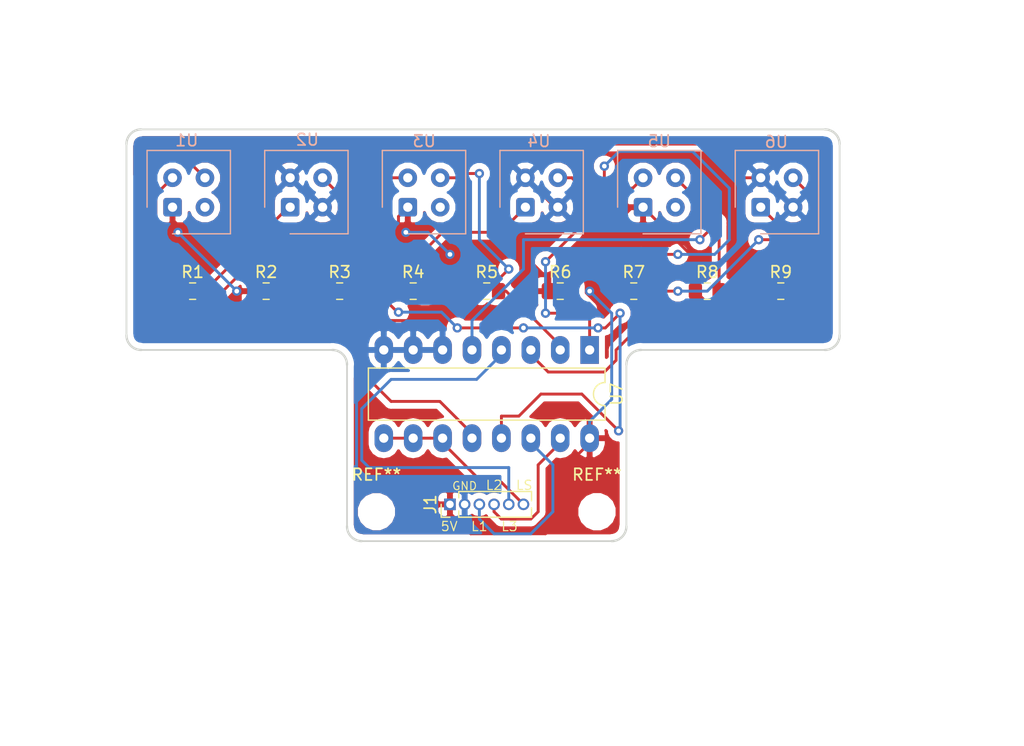
<source format=kicad_pcb>
(kicad_pcb (version 20171130) (host pcbnew "(5.0.1)-4")

  (general
    (thickness 1.6)
    (drawings 22)
    (tracks 234)
    (zones 0)
    (modules 19)
    (nets 22)
  )

  (page A4)
  (layers
    (0 F.Cu signal)
    (31 B.Cu signal)
    (32 B.Adhes user)
    (33 F.Adhes user)
    (34 B.Paste user)
    (35 F.Paste user)
    (36 B.SilkS user)
    (37 F.SilkS user)
    (38 B.Mask user)
    (39 F.Mask user)
    (40 Dwgs.User user)
    (41 Cmts.User user)
    (42 Eco1.User user)
    (43 Eco2.User user)
    (44 Edge.Cuts user)
    (45 Margin user)
    (46 B.CrtYd user)
    (47 F.CrtYd user)
    (48 B.Fab user)
    (49 F.Fab user)
  )

  (setup
    (last_trace_width 0.25)
    (trace_clearance 0.2)
    (zone_clearance 0.508)
    (zone_45_only no)
    (trace_min 0.2)
    (segment_width 0.2)
    (edge_width 0.15)
    (via_size 0.8)
    (via_drill 0.4)
    (via_min_size 0.4)
    (via_min_drill 0.3)
    (uvia_size 0.3)
    (uvia_drill 0.1)
    (uvias_allowed no)
    (uvia_min_size 0.2)
    (uvia_min_drill 0.1)
    (pcb_text_width 0.3)
    (pcb_text_size 1.5 1.5)
    (mod_edge_width 0.15)
    (mod_text_size 1 1)
    (mod_text_width 0.15)
    (pad_size 1.524 1.524)
    (pad_drill 0.762)
    (pad_to_mask_clearance 0.051)
    (solder_mask_min_width 0.25)
    (aux_axis_origin 0 0)
    (visible_elements 7FFFFFFF)
    (pcbplotparams
      (layerselection 0x010fc_ffffffff)
      (usegerberextensions false)
      (usegerberattributes false)
      (usegerberadvancedattributes false)
      (creategerberjobfile false)
      (excludeedgelayer true)
      (linewidth 0.100000)
      (plotframeref false)
      (viasonmask false)
      (mode 1)
      (useauxorigin false)
      (hpglpennumber 1)
      (hpglpenspeed 20)
      (hpglpendiameter 15.000000)
      (psnegative false)
      (psa4output false)
      (plotreference true)
      (plotvalue true)
      (plotinvisibletext false)
      (padsonsilk false)
      (subtractmaskfromsilk false)
      (outputformat 1)
      (mirror false)
      (drillshape 1)
      (scaleselection 1)
      (outputdirectory ""))
  )

  (net 0 "")
  (net 1 +5V)
  (net 2 GND)
  (net 3 /L1)
  (net 4 /L2)
  (net 5 /L3)
  (net 6 /LS)
  (net 7 "Net-(R1-Pad1)")
  (net 8 "Net-(R1-Pad2)")
  (net 9 /S1)
  (net 10 /S2)
  (net 11 "Net-(R4-Pad2)")
  (net 12 "Net-(R4-Pad1)")
  (net 13 /S3)
  (net 14 /S4)
  (net 15 "Net-(R7-Pad1)")
  (net 16 "Net-(R7-Pad2)")
  (net 17 /S5)
  (net 18 /S6)
  (net 19 "Net-(U1-Pad4)")
  (net 20 "Net-(U3-Pad4)")
  (net 21 "Net-(U5-Pad4)")

  (net_class Default "Esta es la clase de red por defecto."
    (clearance 0.2)
    (trace_width 0.25)
    (via_dia 0.8)
    (via_drill 0.4)
    (uvia_dia 0.3)
    (uvia_drill 0.1)
    (add_net +5V)
    (add_net /L1)
    (add_net /L2)
    (add_net /L3)
    (add_net /LS)
    (add_net /S1)
    (add_net /S2)
    (add_net /S3)
    (add_net /S4)
    (add_net /S5)
    (add_net /S6)
    (add_net GND)
    (add_net "Net-(R1-Pad1)")
    (add_net "Net-(R1-Pad2)")
    (add_net "Net-(R4-Pad1)")
    (add_net "Net-(R4-Pad2)")
    (add_net "Net-(R7-Pad1)")
    (add_net "Net-(R7-Pad2)")
    (add_net "Net-(U1-Pad4)")
    (add_net "Net-(U3-Pad4)")
    (add_net "Net-(U5-Pad4)")
  )

  (module Connector_PinHeader_1.27mm:PinHeader_1x06_P1.27mm_Vertical (layer F.Cu) (tedit 59FED6E3) (tstamp 5BF978E3)
    (at 158.75 109.22 90)
    (descr "Through hole straight pin header, 1x06, 1.27mm pitch, single row")
    (tags "Through hole pin header THT 1x06 1.27mm single row")
    (path /5BF22228)
    (fp_text reference J1 (at 0 -1.695 90) (layer F.SilkS)
      (effects (font (size 1 1) (thickness 0.15)))
    )
    (fp_text value Conn_01x06_Female (at 0 8.045 90) (layer F.Fab)
      (effects (font (size 1 1) (thickness 0.15)))
    )
    (fp_line (start -0.525 -0.635) (end 1.05 -0.635) (layer F.Fab) (width 0.1))
    (fp_line (start 1.05 -0.635) (end 1.05 6.985) (layer F.Fab) (width 0.1))
    (fp_line (start 1.05 6.985) (end -1.05 6.985) (layer F.Fab) (width 0.1))
    (fp_line (start -1.05 6.985) (end -1.05 -0.11) (layer F.Fab) (width 0.1))
    (fp_line (start -1.05 -0.11) (end -0.525 -0.635) (layer F.Fab) (width 0.1))
    (fp_line (start -1.11 7.045) (end -0.30753 7.045) (layer F.SilkS) (width 0.12))
    (fp_line (start 0.30753 7.045) (end 1.11 7.045) (layer F.SilkS) (width 0.12))
    (fp_line (start -1.11 0.76) (end -1.11 7.045) (layer F.SilkS) (width 0.12))
    (fp_line (start 1.11 0.76) (end 1.11 7.045) (layer F.SilkS) (width 0.12))
    (fp_line (start -1.11 0.76) (end -0.563471 0.76) (layer F.SilkS) (width 0.12))
    (fp_line (start 0.563471 0.76) (end 1.11 0.76) (layer F.SilkS) (width 0.12))
    (fp_line (start -1.11 0) (end -1.11 -0.76) (layer F.SilkS) (width 0.12))
    (fp_line (start -1.11 -0.76) (end 0 -0.76) (layer F.SilkS) (width 0.12))
    (fp_line (start -1.55 -1.15) (end -1.55 7.5) (layer F.CrtYd) (width 0.05))
    (fp_line (start -1.55 7.5) (end 1.55 7.5) (layer F.CrtYd) (width 0.05))
    (fp_line (start 1.55 7.5) (end 1.55 -1.15) (layer F.CrtYd) (width 0.05))
    (fp_line (start 1.55 -1.15) (end -1.55 -1.15) (layer F.CrtYd) (width 0.05))
    (fp_text user %R (at 0 3.175 180) (layer F.Fab)
      (effects (font (size 1 1) (thickness 0.15)))
    )
    (pad 1 thru_hole rect (at 0 0 90) (size 1 1) (drill 0.65) (layers *.Cu *.Mask)
      (net 1 +5V))
    (pad 2 thru_hole oval (at 0 1.27 90) (size 1 1) (drill 0.65) (layers *.Cu *.Mask)
      (net 2 GND))
    (pad 3 thru_hole oval (at 0 2.54 90) (size 1 1) (drill 0.65) (layers *.Cu *.Mask)
      (net 3 /L1))
    (pad 4 thru_hole oval (at 0 3.81 90) (size 1 1) (drill 0.65) (layers *.Cu *.Mask)
      (net 4 /L2))
    (pad 5 thru_hole oval (at 0 5.08 90) (size 1 1) (drill 0.65) (layers *.Cu *.Mask)
      (net 5 /L3))
    (pad 6 thru_hole oval (at 0 6.35 90) (size 1 1) (drill 0.65) (layers *.Cu *.Mask)
      (net 6 /LS))
    (model ${KISYS3DMOD}/Connector_PinHeader_1.27mm.3dshapes/PinHeader_1x06_P1.27mm_Vertical.wrl
      (at (xyz 0 0 0))
      (scale (xyz 1 1 1))
      (rotate (xyz 0 0 0))
    )
  )

  (module Resistor_SMD:R_0805_2012Metric_Pad1.15x1.40mm_HandSolder (layer F.Cu) (tedit 5B36C52B) (tstamp 5BFE6F89)
    (at 136.525 90.805)
    (descr "Resistor SMD 0805 (2012 Metric), square (rectangular) end terminal, IPC_7351 nominal with elongated pad for handsoldering. (Body size source: https://docs.google.com/spreadsheets/d/1BsfQQcO9C6DZCsRaXUlFlo91Tg2WpOkGARC1WS5S8t0/edit?usp=sharing), generated with kicad-footprint-generator")
    (tags "resistor handsolder")
    (path /5BF04155)
    (attr smd)
    (fp_text reference R1 (at 0 -1.65) (layer F.SilkS)
      (effects (font (size 1 1) (thickness 0.15)))
    )
    (fp_text value 82 (at 0 1.65) (layer F.Fab)
      (effects (font (size 1 1) (thickness 0.15)))
    )
    (fp_line (start -1 0.6) (end -1 -0.6) (layer F.Fab) (width 0.1))
    (fp_line (start -1 -0.6) (end 1 -0.6) (layer F.Fab) (width 0.1))
    (fp_line (start 1 -0.6) (end 1 0.6) (layer F.Fab) (width 0.1))
    (fp_line (start 1 0.6) (end -1 0.6) (layer F.Fab) (width 0.1))
    (fp_line (start -0.261252 -0.71) (end 0.261252 -0.71) (layer F.SilkS) (width 0.12))
    (fp_line (start -0.261252 0.71) (end 0.261252 0.71) (layer F.SilkS) (width 0.12))
    (fp_line (start -1.85 0.95) (end -1.85 -0.95) (layer F.CrtYd) (width 0.05))
    (fp_line (start -1.85 -0.95) (end 1.85 -0.95) (layer F.CrtYd) (width 0.05))
    (fp_line (start 1.85 -0.95) (end 1.85 0.95) (layer F.CrtYd) (width 0.05))
    (fp_line (start 1.85 0.95) (end -1.85 0.95) (layer F.CrtYd) (width 0.05))
    (fp_text user %R (at 0 0) (layer F.Fab)
      (effects (font (size 0.5 0.5) (thickness 0.08)))
    )
    (pad 1 smd roundrect (at -1.025 0) (size 1.15 1.4) (layers F.Cu F.Paste F.Mask) (roundrect_rratio 0.217391)
      (net 7 "Net-(R1-Pad1)"))
    (pad 2 smd roundrect (at 1.025 0) (size 1.15 1.4) (layers F.Cu F.Paste F.Mask) (roundrect_rratio 0.217391)
      (net 8 "Net-(R1-Pad2)"))
    (model ${KISYS3DMOD}/Resistor_SMD.3dshapes/R_0805_2012Metric.wrl
      (at (xyz 0 0 0))
      (scale (xyz 1 1 1))
      (rotate (xyz 0 0 0))
    )
  )

  (module Resistor_SMD:R_0805_2012Metric_Pad1.15x1.40mm_HandSolder (layer F.Cu) (tedit 5B36C52B) (tstamp 5BFE6F9A)
    (at 142.875 90.805)
    (descr "Resistor SMD 0805 (2012 Metric), square (rectangular) end terminal, IPC_7351 nominal with elongated pad for handsoldering. (Body size source: https://docs.google.com/spreadsheets/d/1BsfQQcO9C6DZCsRaXUlFlo91Tg2WpOkGARC1WS5S8t0/edit?usp=sharing), generated with kicad-footprint-generator")
    (tags "resistor handsolder")
    (path /5BF04288)
    (attr smd)
    (fp_text reference R2 (at 0 -1.65) (layer F.SilkS)
      (effects (font (size 1 1) (thickness 0.15)))
    )
    (fp_text value 10k (at 0 1.65) (layer F.Fab)
      (effects (font (size 1 1) (thickness 0.15)))
    )
    (fp_text user %R (at 0 0) (layer F.Fab)
      (effects (font (size 0.5 0.5) (thickness 0.08)))
    )
    (fp_line (start 1.85 0.95) (end -1.85 0.95) (layer F.CrtYd) (width 0.05))
    (fp_line (start 1.85 -0.95) (end 1.85 0.95) (layer F.CrtYd) (width 0.05))
    (fp_line (start -1.85 -0.95) (end 1.85 -0.95) (layer F.CrtYd) (width 0.05))
    (fp_line (start -1.85 0.95) (end -1.85 -0.95) (layer F.CrtYd) (width 0.05))
    (fp_line (start -0.261252 0.71) (end 0.261252 0.71) (layer F.SilkS) (width 0.12))
    (fp_line (start -0.261252 -0.71) (end 0.261252 -0.71) (layer F.SilkS) (width 0.12))
    (fp_line (start 1 0.6) (end -1 0.6) (layer F.Fab) (width 0.1))
    (fp_line (start 1 -0.6) (end 1 0.6) (layer F.Fab) (width 0.1))
    (fp_line (start -1 -0.6) (end 1 -0.6) (layer F.Fab) (width 0.1))
    (fp_line (start -1 0.6) (end -1 -0.6) (layer F.Fab) (width 0.1))
    (pad 2 smd roundrect (at 1.025 0) (size 1.15 1.4) (layers F.Cu F.Paste F.Mask) (roundrect_rratio 0.217391)
      (net 9 /S1))
    (pad 1 smd roundrect (at -1.025 0) (size 1.15 1.4) (layers F.Cu F.Paste F.Mask) (roundrect_rratio 0.217391)
      (net 1 +5V))
    (model ${KISYS3DMOD}/Resistor_SMD.3dshapes/R_0805_2012Metric.wrl
      (at (xyz 0 0 0))
      (scale (xyz 1 1 1))
      (rotate (xyz 0 0 0))
    )
  )

  (module Resistor_SMD:R_0805_2012Metric_Pad1.15x1.40mm_HandSolder (layer F.Cu) (tedit 5B36C52B) (tstamp 5BFE6FAB)
    (at 149.225 90.805)
    (descr "Resistor SMD 0805 (2012 Metric), square (rectangular) end terminal, IPC_7351 nominal with elongated pad for handsoldering. (Body size source: https://docs.google.com/spreadsheets/d/1BsfQQcO9C6DZCsRaXUlFlo91Tg2WpOkGARC1WS5S8t0/edit?usp=sharing), generated with kicad-footprint-generator")
    (tags "resistor handsolder")
    (path /5BF04550)
    (attr smd)
    (fp_text reference R3 (at 0 -1.65) (layer F.SilkS)
      (effects (font (size 1 1) (thickness 0.15)))
    )
    (fp_text value 10k (at 0 1.65) (layer F.Fab)
      (effects (font (size 1 1) (thickness 0.15)))
    )
    (fp_line (start -1 0.6) (end -1 -0.6) (layer F.Fab) (width 0.1))
    (fp_line (start -1 -0.6) (end 1 -0.6) (layer F.Fab) (width 0.1))
    (fp_line (start 1 -0.6) (end 1 0.6) (layer F.Fab) (width 0.1))
    (fp_line (start 1 0.6) (end -1 0.6) (layer F.Fab) (width 0.1))
    (fp_line (start -0.261252 -0.71) (end 0.261252 -0.71) (layer F.SilkS) (width 0.12))
    (fp_line (start -0.261252 0.71) (end 0.261252 0.71) (layer F.SilkS) (width 0.12))
    (fp_line (start -1.85 0.95) (end -1.85 -0.95) (layer F.CrtYd) (width 0.05))
    (fp_line (start -1.85 -0.95) (end 1.85 -0.95) (layer F.CrtYd) (width 0.05))
    (fp_line (start 1.85 -0.95) (end 1.85 0.95) (layer F.CrtYd) (width 0.05))
    (fp_line (start 1.85 0.95) (end -1.85 0.95) (layer F.CrtYd) (width 0.05))
    (fp_text user %R (at 0 0) (layer F.Fab)
      (effects (font (size 0.5 0.5) (thickness 0.08)))
    )
    (pad 1 smd roundrect (at -1.025 0) (size 1.15 1.4) (layers F.Cu F.Paste F.Mask) (roundrect_rratio 0.217391)
      (net 1 +5V))
    (pad 2 smd roundrect (at 1.025 0) (size 1.15 1.4) (layers F.Cu F.Paste F.Mask) (roundrect_rratio 0.217391)
      (net 10 /S2))
    (model ${KISYS3DMOD}/Resistor_SMD.3dshapes/R_0805_2012Metric.wrl
      (at (xyz 0 0 0))
      (scale (xyz 1 1 1))
      (rotate (xyz 0 0 0))
    )
  )

  (module Resistor_SMD:R_0805_2012Metric_Pad1.15x1.40mm_HandSolder (layer F.Cu) (tedit 5B36C52B) (tstamp 5BFE6FBC)
    (at 155.575 90.805)
    (descr "Resistor SMD 0805 (2012 Metric), square (rectangular) end terminal, IPC_7351 nominal with elongated pad for handsoldering. (Body size source: https://docs.google.com/spreadsheets/d/1BsfQQcO9C6DZCsRaXUlFlo91Tg2WpOkGARC1WS5S8t0/edit?usp=sharing), generated with kicad-footprint-generator")
    (tags "resistor handsolder")
    (path /5BF04AB4)
    (attr smd)
    (fp_text reference R4 (at 0 -1.65) (layer F.SilkS)
      (effects (font (size 1 1) (thickness 0.15)))
    )
    (fp_text value 82 (at 0 1.65) (layer F.Fab)
      (effects (font (size 1 1) (thickness 0.15)))
    )
    (fp_text user %R (at 0 0) (layer F.Fab)
      (effects (font (size 0.5 0.5) (thickness 0.08)))
    )
    (fp_line (start 1.85 0.95) (end -1.85 0.95) (layer F.CrtYd) (width 0.05))
    (fp_line (start 1.85 -0.95) (end 1.85 0.95) (layer F.CrtYd) (width 0.05))
    (fp_line (start -1.85 -0.95) (end 1.85 -0.95) (layer F.CrtYd) (width 0.05))
    (fp_line (start -1.85 0.95) (end -1.85 -0.95) (layer F.CrtYd) (width 0.05))
    (fp_line (start -0.261252 0.71) (end 0.261252 0.71) (layer F.SilkS) (width 0.12))
    (fp_line (start -0.261252 -0.71) (end 0.261252 -0.71) (layer F.SilkS) (width 0.12))
    (fp_line (start 1 0.6) (end -1 0.6) (layer F.Fab) (width 0.1))
    (fp_line (start 1 -0.6) (end 1 0.6) (layer F.Fab) (width 0.1))
    (fp_line (start -1 -0.6) (end 1 -0.6) (layer F.Fab) (width 0.1))
    (fp_line (start -1 0.6) (end -1 -0.6) (layer F.Fab) (width 0.1))
    (pad 2 smd roundrect (at 1.025 0) (size 1.15 1.4) (layers F.Cu F.Paste F.Mask) (roundrect_rratio 0.217391)
      (net 11 "Net-(R4-Pad2)"))
    (pad 1 smd roundrect (at -1.025 0) (size 1.15 1.4) (layers F.Cu F.Paste F.Mask) (roundrect_rratio 0.217391)
      (net 12 "Net-(R4-Pad1)"))
    (model ${KISYS3DMOD}/Resistor_SMD.3dshapes/R_0805_2012Metric.wrl
      (at (xyz 0 0 0))
      (scale (xyz 1 1 1))
      (rotate (xyz 0 0 0))
    )
  )

  (module Resistor_SMD:R_0805_2012Metric_Pad1.15x1.40mm_HandSolder (layer F.Cu) (tedit 5B36C52B) (tstamp 5BFE6FCD)
    (at 161.925 90.805)
    (descr "Resistor SMD 0805 (2012 Metric), square (rectangular) end terminal, IPC_7351 nominal with elongated pad for handsoldering. (Body size source: https://docs.google.com/spreadsheets/d/1BsfQQcO9C6DZCsRaXUlFlo91Tg2WpOkGARC1WS5S8t0/edit?usp=sharing), generated with kicad-footprint-generator")
    (tags "resistor handsolder")
    (path /5BF04AC7)
    (attr smd)
    (fp_text reference R5 (at 0 -1.65) (layer F.SilkS)
      (effects (font (size 1 1) (thickness 0.15)))
    )
    (fp_text value 10k (at 0 1.65) (layer F.Fab)
      (effects (font (size 1 1) (thickness 0.15)))
    )
    (fp_line (start -1 0.6) (end -1 -0.6) (layer F.Fab) (width 0.1))
    (fp_line (start -1 -0.6) (end 1 -0.6) (layer F.Fab) (width 0.1))
    (fp_line (start 1 -0.6) (end 1 0.6) (layer F.Fab) (width 0.1))
    (fp_line (start 1 0.6) (end -1 0.6) (layer F.Fab) (width 0.1))
    (fp_line (start -0.261252 -0.71) (end 0.261252 -0.71) (layer F.SilkS) (width 0.12))
    (fp_line (start -0.261252 0.71) (end 0.261252 0.71) (layer F.SilkS) (width 0.12))
    (fp_line (start -1.85 0.95) (end -1.85 -0.95) (layer F.CrtYd) (width 0.05))
    (fp_line (start -1.85 -0.95) (end 1.85 -0.95) (layer F.CrtYd) (width 0.05))
    (fp_line (start 1.85 -0.95) (end 1.85 0.95) (layer F.CrtYd) (width 0.05))
    (fp_line (start 1.85 0.95) (end -1.85 0.95) (layer F.CrtYd) (width 0.05))
    (fp_text user %R (at 0 0) (layer F.Fab)
      (effects (font (size 0.5 0.5) (thickness 0.08)))
    )
    (pad 1 smd roundrect (at -1.025 0) (size 1.15 1.4) (layers F.Cu F.Paste F.Mask) (roundrect_rratio 0.217391)
      (net 1 +5V))
    (pad 2 smd roundrect (at 1.025 0) (size 1.15 1.4) (layers F.Cu F.Paste F.Mask) (roundrect_rratio 0.217391)
      (net 13 /S3))
    (model ${KISYS3DMOD}/Resistor_SMD.3dshapes/R_0805_2012Metric.wrl
      (at (xyz 0 0 0))
      (scale (xyz 1 1 1))
      (rotate (xyz 0 0 0))
    )
  )

  (module Resistor_SMD:R_0805_2012Metric_Pad1.15x1.40mm_HandSolder (layer F.Cu) (tedit 5B36C52B) (tstamp 5BFE6FDE)
    (at 168.275 90.805)
    (descr "Resistor SMD 0805 (2012 Metric), square (rectangular) end terminal, IPC_7351 nominal with elongated pad for handsoldering. (Body size source: https://docs.google.com/spreadsheets/d/1BsfQQcO9C6DZCsRaXUlFlo91Tg2WpOkGARC1WS5S8t0/edit?usp=sharing), generated with kicad-footprint-generator")
    (tags "resistor handsolder")
    (path /5BF04ADB)
    (attr smd)
    (fp_text reference R6 (at 0 -1.65) (layer F.SilkS)
      (effects (font (size 1 1) (thickness 0.15)))
    )
    (fp_text value 10k (at 0 1.65) (layer F.Fab)
      (effects (font (size 1 1) (thickness 0.15)))
    )
    (fp_text user %R (at 0 0) (layer F.Fab)
      (effects (font (size 0.5 0.5) (thickness 0.08)))
    )
    (fp_line (start 1.85 0.95) (end -1.85 0.95) (layer F.CrtYd) (width 0.05))
    (fp_line (start 1.85 -0.95) (end 1.85 0.95) (layer F.CrtYd) (width 0.05))
    (fp_line (start -1.85 -0.95) (end 1.85 -0.95) (layer F.CrtYd) (width 0.05))
    (fp_line (start -1.85 0.95) (end -1.85 -0.95) (layer F.CrtYd) (width 0.05))
    (fp_line (start -0.261252 0.71) (end 0.261252 0.71) (layer F.SilkS) (width 0.12))
    (fp_line (start -0.261252 -0.71) (end 0.261252 -0.71) (layer F.SilkS) (width 0.12))
    (fp_line (start 1 0.6) (end -1 0.6) (layer F.Fab) (width 0.1))
    (fp_line (start 1 -0.6) (end 1 0.6) (layer F.Fab) (width 0.1))
    (fp_line (start -1 -0.6) (end 1 -0.6) (layer F.Fab) (width 0.1))
    (fp_line (start -1 0.6) (end -1 -0.6) (layer F.Fab) (width 0.1))
    (pad 2 smd roundrect (at 1.025 0) (size 1.15 1.4) (layers F.Cu F.Paste F.Mask) (roundrect_rratio 0.217391)
      (net 14 /S4))
    (pad 1 smd roundrect (at -1.025 0) (size 1.15 1.4) (layers F.Cu F.Paste F.Mask) (roundrect_rratio 0.217391)
      (net 1 +5V))
    (model ${KISYS3DMOD}/Resistor_SMD.3dshapes/R_0805_2012Metric.wrl
      (at (xyz 0 0 0))
      (scale (xyz 1 1 1))
      (rotate (xyz 0 0 0))
    )
  )

  (module Resistor_SMD:R_0805_2012Metric_Pad1.15x1.40mm_HandSolder (layer F.Cu) (tedit 5B36C52B) (tstamp 5BFE9089)
    (at 174.625 90.805)
    (descr "Resistor SMD 0805 (2012 Metric), square (rectangular) end terminal, IPC_7351 nominal with elongated pad for handsoldering. (Body size source: https://docs.google.com/spreadsheets/d/1BsfQQcO9C6DZCsRaXUlFlo91Tg2WpOkGARC1WS5S8t0/edit?usp=sharing), generated with kicad-footprint-generator")
    (tags "resistor handsolder")
    (path /5BF05D67)
    (attr smd)
    (fp_text reference R7 (at 0 -1.65) (layer F.SilkS)
      (effects (font (size 1 1) (thickness 0.15)))
    )
    (fp_text value 82 (at 0 1.65) (layer F.Fab)
      (effects (font (size 1 1) (thickness 0.15)))
    )
    (fp_line (start -1 0.6) (end -1 -0.6) (layer F.Fab) (width 0.1))
    (fp_line (start -1 -0.6) (end 1 -0.6) (layer F.Fab) (width 0.1))
    (fp_line (start 1 -0.6) (end 1 0.6) (layer F.Fab) (width 0.1))
    (fp_line (start 1 0.6) (end -1 0.6) (layer F.Fab) (width 0.1))
    (fp_line (start -0.261252 -0.71) (end 0.261252 -0.71) (layer F.SilkS) (width 0.12))
    (fp_line (start -0.261252 0.71) (end 0.261252 0.71) (layer F.SilkS) (width 0.12))
    (fp_line (start -1.85 0.95) (end -1.85 -0.95) (layer F.CrtYd) (width 0.05))
    (fp_line (start -1.85 -0.95) (end 1.85 -0.95) (layer F.CrtYd) (width 0.05))
    (fp_line (start 1.85 -0.95) (end 1.85 0.95) (layer F.CrtYd) (width 0.05))
    (fp_line (start 1.85 0.95) (end -1.85 0.95) (layer F.CrtYd) (width 0.05))
    (fp_text user %R (at 0 0) (layer F.Fab)
      (effects (font (size 0.5 0.5) (thickness 0.08)))
    )
    (pad 1 smd roundrect (at -1.025 0) (size 1.15 1.4) (layers F.Cu F.Paste F.Mask) (roundrect_rratio 0.217391)
      (net 15 "Net-(R7-Pad1)"))
    (pad 2 smd roundrect (at 1.025 0) (size 1.15 1.4) (layers F.Cu F.Paste F.Mask) (roundrect_rratio 0.217391)
      (net 16 "Net-(R7-Pad2)"))
    (model ${KISYS3DMOD}/Resistor_SMD.3dshapes/R_0805_2012Metric.wrl
      (at (xyz 0 0 0))
      (scale (xyz 1 1 1))
      (rotate (xyz 0 0 0))
    )
  )

  (module Resistor_SMD:R_0805_2012Metric_Pad1.15x1.40mm_HandSolder (layer F.Cu) (tedit 5B36C52B) (tstamp 5BFE7000)
    (at 180.975 90.805)
    (descr "Resistor SMD 0805 (2012 Metric), square (rectangular) end terminal, IPC_7351 nominal with elongated pad for handsoldering. (Body size source: https://docs.google.com/spreadsheets/d/1BsfQQcO9C6DZCsRaXUlFlo91Tg2WpOkGARC1WS5S8t0/edit?usp=sharing), generated with kicad-footprint-generator")
    (tags "resistor handsolder")
    (path /5BF05D7A)
    (attr smd)
    (fp_text reference R8 (at 0 -1.65) (layer F.SilkS)
      (effects (font (size 1 1) (thickness 0.15)))
    )
    (fp_text value 10k (at 0 1.65) (layer F.Fab)
      (effects (font (size 1 1) (thickness 0.15)))
    )
    (fp_line (start -1 0.6) (end -1 -0.6) (layer F.Fab) (width 0.1))
    (fp_line (start -1 -0.6) (end 1 -0.6) (layer F.Fab) (width 0.1))
    (fp_line (start 1 -0.6) (end 1 0.6) (layer F.Fab) (width 0.1))
    (fp_line (start 1 0.6) (end -1 0.6) (layer F.Fab) (width 0.1))
    (fp_line (start -0.261252 -0.71) (end 0.261252 -0.71) (layer F.SilkS) (width 0.12))
    (fp_line (start -0.261252 0.71) (end 0.261252 0.71) (layer F.SilkS) (width 0.12))
    (fp_line (start -1.85 0.95) (end -1.85 -0.95) (layer F.CrtYd) (width 0.05))
    (fp_line (start -1.85 -0.95) (end 1.85 -0.95) (layer F.CrtYd) (width 0.05))
    (fp_line (start 1.85 -0.95) (end 1.85 0.95) (layer F.CrtYd) (width 0.05))
    (fp_line (start 1.85 0.95) (end -1.85 0.95) (layer F.CrtYd) (width 0.05))
    (fp_text user %R (at 0 0) (layer F.Fab)
      (effects (font (size 0.5 0.5) (thickness 0.08)))
    )
    (pad 1 smd roundrect (at -1.025 0) (size 1.15 1.4) (layers F.Cu F.Paste F.Mask) (roundrect_rratio 0.217391)
      (net 1 +5V))
    (pad 2 smd roundrect (at 1.025 0) (size 1.15 1.4) (layers F.Cu F.Paste F.Mask) (roundrect_rratio 0.217391)
      (net 17 /S5))
    (model ${KISYS3DMOD}/Resistor_SMD.3dshapes/R_0805_2012Metric.wrl
      (at (xyz 0 0 0))
      (scale (xyz 1 1 1))
      (rotate (xyz 0 0 0))
    )
  )

  (module Resistor_SMD:R_0805_2012Metric_Pad1.15x1.40mm_HandSolder (layer F.Cu) (tedit 5B36C52B) (tstamp 5BFE7011)
    (at 187.325 90.805)
    (descr "Resistor SMD 0805 (2012 Metric), square (rectangular) end terminal, IPC_7351 nominal with elongated pad for handsoldering. (Body size source: https://docs.google.com/spreadsheets/d/1BsfQQcO9C6DZCsRaXUlFlo91Tg2WpOkGARC1WS5S8t0/edit?usp=sharing), generated with kicad-footprint-generator")
    (tags "resistor handsolder")
    (path /5BF05D8E)
    (attr smd)
    (fp_text reference R9 (at 0 -1.65) (layer F.SilkS)
      (effects (font (size 1 1) (thickness 0.15)))
    )
    (fp_text value 10k (at 0 1.65) (layer F.Fab)
      (effects (font (size 1 1) (thickness 0.15)))
    )
    (fp_text user %R (at 0 0) (layer F.Fab)
      (effects (font (size 0.5 0.5) (thickness 0.08)))
    )
    (fp_line (start 1.85 0.95) (end -1.85 0.95) (layer F.CrtYd) (width 0.05))
    (fp_line (start 1.85 -0.95) (end 1.85 0.95) (layer F.CrtYd) (width 0.05))
    (fp_line (start -1.85 -0.95) (end 1.85 -0.95) (layer F.CrtYd) (width 0.05))
    (fp_line (start -1.85 0.95) (end -1.85 -0.95) (layer F.CrtYd) (width 0.05))
    (fp_line (start -0.261252 0.71) (end 0.261252 0.71) (layer F.SilkS) (width 0.12))
    (fp_line (start -0.261252 -0.71) (end 0.261252 -0.71) (layer F.SilkS) (width 0.12))
    (fp_line (start 1 0.6) (end -1 0.6) (layer F.Fab) (width 0.1))
    (fp_line (start 1 -0.6) (end 1 0.6) (layer F.Fab) (width 0.1))
    (fp_line (start -1 -0.6) (end 1 -0.6) (layer F.Fab) (width 0.1))
    (fp_line (start -1 0.6) (end -1 -0.6) (layer F.Fab) (width 0.1))
    (pad 2 smd roundrect (at 1.025 0) (size 1.15 1.4) (layers F.Cu F.Paste F.Mask) (roundrect_rratio 0.217391)
      (net 18 /S6))
    (pad 1 smd roundrect (at -1.025 0) (size 1.15 1.4) (layers F.Cu F.Paste F.Mask) (roundrect_rratio 0.217391)
      (net 1 +5V))
    (model ${KISYS3DMOD}/Resistor_SMD.3dshapes/R_0805_2012Metric.wrl
      (at (xyz 0 0 0))
      (scale (xyz 1 1 1))
      (rotate (xyz 0 0 0))
    )
  )

  (module OptoDevice:Vishay_CNY70 (layer B.Cu) (tedit 5B8AF8E9) (tstamp 5BFE7ED5)
    (at 134.789451 83.554133)
    (descr "package for Vishay CNY70 refective photo coupler/interrupter")
    (tags "Vishay CNY70 refective photo coupler")
    (path /5BF03F26)
    (fp_text reference U1 (at 1.227549 -5.766633) (layer B.SilkS)
      (effects (font (size 1 1) (thickness 0.15)) (justify mirror))
    )
    (fp_text value CNY70 (at 1.4 -5.8) (layer B.Fab)
      (effects (font (size 1 1) (thickness 0.15)) (justify mirror))
    )
    (fp_line (start 5.15 -5.05) (end -2.35 -5.05) (layer B.CrtYd) (width 0.05))
    (fp_line (start 5.15 -5.05) (end 5.15 2.45) (layer B.CrtYd) (width 0.05))
    (fp_line (start -2.35 2.45) (end -2.35 -5.05) (layer B.CrtYd) (width 0.05))
    (fp_line (start -2.35 2.45) (end 5.15 2.45) (layer B.CrtYd) (width 0.05))
    (fp_line (start -1.1 2.2) (end 4.9 2.2) (layer B.Fab) (width 0.1))
    (fp_line (start 4.9 2.2) (end 4.9 -4.8) (layer B.Fab) (width 0.1))
    (fp_line (start 4.9 -4.8) (end -2.1 -4.8) (layer B.Fab) (width 0.1))
    (fp_line (start -2.1 -4.8) (end -2.1 1.2) (layer B.Fab) (width 0.1))
    (fp_line (start -2.1 1.2) (end -1.1 2.2) (layer B.Fab) (width 0.1))
    (fp_line (start 1.2 2.2) (end 1.2 1.9) (layer B.Fab) (width 0.1))
    (fp_line (start 1.2 1.9) (end 1.6 1.9) (layer B.Fab) (width 0.1))
    (fp_line (start 1.6 1.9) (end 1.6 2.2) (layer B.Fab) (width 0.1))
    (fp_line (start 1.6 -4.8) (end 1.6 -4.5) (layer B.Fab) (width 0.1))
    (fp_line (start 1.6 -4.5) (end 1.2 -4.5) (layer B.Fab) (width 0.1))
    (fp_line (start 1.2 -4.5) (end 1.2 -4.8) (layer B.Fab) (width 0.1))
    (fp_line (start 3.9 -3.9) (end 3.9 1.2) (layer B.Fab) (width 0.1))
    (fp_line (start 3.9 1.2) (end -1.1 1.2) (layer B.Fab) (width 0.1))
    (fp_line (start -1.1 1.2) (end -1.1 -3.9) (layer B.Fab) (width 0.1))
    (fp_line (start -1.1 -3.9) (end 3.9 -3.9) (layer B.Fab) (width 0.1))
    (fp_line (start 5 2.3) (end 0 2.3) (layer B.SilkS) (width 0.12))
    (fp_line (start -2.2 0) (end -2.2 -4.9) (layer B.SilkS) (width 0.12))
    (fp_line (start -2.2 -4.9) (end 5 -4.9) (layer B.SilkS) (width 0.12))
    (fp_line (start 5 -4.9) (end 5 2.3) (layer B.SilkS) (width 0.12))
    (fp_text user %R (at 1.5 -1.4) (layer B.Fab)
      (effects (font (size 1 1) (thickness 0.15)) (justify mirror))
    )
    (pad 1 thru_hole roundrect (at 0 0) (size 1.6 1.6) (drill 0.8) (layers *.Cu *.Mask) (roundrect_rratio 0.156)
      (net 1 +5V))
    (pad 2 thru_hole circle (at 0 -2.54) (size 1.6 1.6) (drill 0.8) (layers *.Cu *.Mask)
      (net 7 "Net-(R1-Pad1)"))
    (pad 3 thru_hole circle (at 2.8 -2.54) (size 1.6 1.6) (drill 0.8) (layers *.Cu *.Mask)
      (net 9 /S1))
    (pad 4 thru_hole circle (at 2.8 0) (size 1.6 1.6) (drill 0.8) (layers *.Cu *.Mask)
      (net 19 "Net-(U1-Pad4)"))
    (model ${KISYS3DMOD}/OptoDevice.3dshapes/Vishay_CNY70.wrl
      (at (xyz 0 0 0))
      (scale (xyz 1 1 1))
      (rotate (xyz 0 0 0))
    )
  )

  (module OptoDevice:Vishay_CNY70 (layer B.Cu) (tedit 5B8AF8E9) (tstamp 5BFE8561)
    (at 144.949451 83.554133)
    (descr "package for Vishay CNY70 refective photo coupler/interrupter")
    (tags "Vishay CNY70 refective photo coupler")
    (path /5BF04119)
    (fp_text reference U2 (at 1.481549 -5.830133) (layer B.SilkS)
      (effects (font (size 1 1) (thickness 0.15)) (justify mirror))
    )
    (fp_text value CNY70 (at 1.4 -5.8) (layer B.Fab)
      (effects (font (size 1 1) (thickness 0.15)) (justify mirror))
    )
    (fp_text user %R (at 1.5 -1.4) (layer B.Fab)
      (effects (font (size 1 1) (thickness 0.15)) (justify mirror))
    )
    (fp_line (start 5 -4.9) (end 5 2.3) (layer B.SilkS) (width 0.12))
    (fp_line (start -2.2 -4.9) (end 5 -4.9) (layer B.SilkS) (width 0.12))
    (fp_line (start -2.2 0) (end -2.2 -4.9) (layer B.SilkS) (width 0.12))
    (fp_line (start 5 2.3) (end 0 2.3) (layer B.SilkS) (width 0.12))
    (fp_line (start -1.1 -3.9) (end 3.9 -3.9) (layer B.Fab) (width 0.1))
    (fp_line (start -1.1 1.2) (end -1.1 -3.9) (layer B.Fab) (width 0.1))
    (fp_line (start 3.9 1.2) (end -1.1 1.2) (layer B.Fab) (width 0.1))
    (fp_line (start 3.9 -3.9) (end 3.9 1.2) (layer B.Fab) (width 0.1))
    (fp_line (start 1.2 -4.5) (end 1.2 -4.8) (layer B.Fab) (width 0.1))
    (fp_line (start 1.6 -4.5) (end 1.2 -4.5) (layer B.Fab) (width 0.1))
    (fp_line (start 1.6 -4.8) (end 1.6 -4.5) (layer B.Fab) (width 0.1))
    (fp_line (start 1.6 1.9) (end 1.6 2.2) (layer B.Fab) (width 0.1))
    (fp_line (start 1.2 1.9) (end 1.6 1.9) (layer B.Fab) (width 0.1))
    (fp_line (start 1.2 2.2) (end 1.2 1.9) (layer B.Fab) (width 0.1))
    (fp_line (start -2.1 1.2) (end -1.1 2.2) (layer B.Fab) (width 0.1))
    (fp_line (start -2.1 -4.8) (end -2.1 1.2) (layer B.Fab) (width 0.1))
    (fp_line (start 4.9 -4.8) (end -2.1 -4.8) (layer B.Fab) (width 0.1))
    (fp_line (start 4.9 2.2) (end 4.9 -4.8) (layer B.Fab) (width 0.1))
    (fp_line (start -1.1 2.2) (end 4.9 2.2) (layer B.Fab) (width 0.1))
    (fp_line (start -2.35 2.45) (end 5.15 2.45) (layer B.CrtYd) (width 0.05))
    (fp_line (start -2.35 2.45) (end -2.35 -5.05) (layer B.CrtYd) (width 0.05))
    (fp_line (start 5.15 -5.05) (end 5.15 2.45) (layer B.CrtYd) (width 0.05))
    (fp_line (start 5.15 -5.05) (end -2.35 -5.05) (layer B.CrtYd) (width 0.05))
    (pad 4 thru_hole circle (at 2.8 0) (size 1.6 1.6) (drill 0.8) (layers *.Cu *.Mask)
      (net 2 GND))
    (pad 3 thru_hole circle (at 2.8 -2.54) (size 1.6 1.6) (drill 0.8) (layers *.Cu *.Mask)
      (net 10 /S2))
    (pad 2 thru_hole circle (at 0 -2.54) (size 1.6 1.6) (drill 0.8) (layers *.Cu *.Mask)
      (net 2 GND))
    (pad 1 thru_hole roundrect (at 0 0) (size 1.6 1.6) (drill 0.8) (layers *.Cu *.Mask) (roundrect_rratio 0.156)
      (net 8 "Net-(R1-Pad2)"))
    (model ${KISYS3DMOD}/OptoDevice.3dshapes/Vishay_CNY70.wrl
      (at (xyz 0 0 0))
      (scale (xyz 1 1 1))
      (rotate (xyz 0 0 0))
    )
  )

  (module OptoDevice:Vishay_CNY70 (layer B.Cu) (tedit 5B8AF8E9) (tstamp 5BFE7071)
    (at 155.109451 83.554133)
    (descr "package for Vishay CNY70 refective photo coupler/interrupter")
    (tags "Vishay CNY70 refective photo coupler")
    (path /5BF04AA6)
    (fp_text reference U3 (at 1.418049 -5.703133) (layer B.SilkS)
      (effects (font (size 1 1) (thickness 0.15)) (justify mirror))
    )
    (fp_text value CNY70 (at 1.4 -5.8) (layer B.Fab)
      (effects (font (size 1 1) (thickness 0.15)) (justify mirror))
    )
    (fp_text user %R (at 1.5 -1.4) (layer B.Fab)
      (effects (font (size 1 1) (thickness 0.15)) (justify mirror))
    )
    (fp_line (start 5 -4.9) (end 5 2.3) (layer B.SilkS) (width 0.12))
    (fp_line (start -2.2 -4.9) (end 5 -4.9) (layer B.SilkS) (width 0.12))
    (fp_line (start -2.2 0) (end -2.2 -4.9) (layer B.SilkS) (width 0.12))
    (fp_line (start 5 2.3) (end 0 2.3) (layer B.SilkS) (width 0.12))
    (fp_line (start -1.1 -3.9) (end 3.9 -3.9) (layer B.Fab) (width 0.1))
    (fp_line (start -1.1 1.2) (end -1.1 -3.9) (layer B.Fab) (width 0.1))
    (fp_line (start 3.9 1.2) (end -1.1 1.2) (layer B.Fab) (width 0.1))
    (fp_line (start 3.9 -3.9) (end 3.9 1.2) (layer B.Fab) (width 0.1))
    (fp_line (start 1.2 -4.5) (end 1.2 -4.8) (layer B.Fab) (width 0.1))
    (fp_line (start 1.6 -4.5) (end 1.2 -4.5) (layer B.Fab) (width 0.1))
    (fp_line (start 1.6 -4.8) (end 1.6 -4.5) (layer B.Fab) (width 0.1))
    (fp_line (start 1.6 1.9) (end 1.6 2.2) (layer B.Fab) (width 0.1))
    (fp_line (start 1.2 1.9) (end 1.6 1.9) (layer B.Fab) (width 0.1))
    (fp_line (start 1.2 2.2) (end 1.2 1.9) (layer B.Fab) (width 0.1))
    (fp_line (start -2.1 1.2) (end -1.1 2.2) (layer B.Fab) (width 0.1))
    (fp_line (start -2.1 -4.8) (end -2.1 1.2) (layer B.Fab) (width 0.1))
    (fp_line (start 4.9 -4.8) (end -2.1 -4.8) (layer B.Fab) (width 0.1))
    (fp_line (start 4.9 2.2) (end 4.9 -4.8) (layer B.Fab) (width 0.1))
    (fp_line (start -1.1 2.2) (end 4.9 2.2) (layer B.Fab) (width 0.1))
    (fp_line (start -2.35 2.45) (end 5.15 2.45) (layer B.CrtYd) (width 0.05))
    (fp_line (start -2.35 2.45) (end -2.35 -5.05) (layer B.CrtYd) (width 0.05))
    (fp_line (start 5.15 -5.05) (end 5.15 2.45) (layer B.CrtYd) (width 0.05))
    (fp_line (start 5.15 -5.05) (end -2.35 -5.05) (layer B.CrtYd) (width 0.05))
    (pad 4 thru_hole circle (at 2.8 0) (size 1.6 1.6) (drill 0.8) (layers *.Cu *.Mask)
      (net 20 "Net-(U3-Pad4)"))
    (pad 3 thru_hole circle (at 2.8 -2.54) (size 1.6 1.6) (drill 0.8) (layers *.Cu *.Mask)
      (net 13 /S3))
    (pad 2 thru_hole circle (at 0 -2.54) (size 1.6 1.6) (drill 0.8) (layers *.Cu *.Mask)
      (net 12 "Net-(R4-Pad1)"))
    (pad 1 thru_hole roundrect (at 0 0) (size 1.6 1.6) (drill 0.8) (layers *.Cu *.Mask) (roundrect_rratio 0.156)
      (net 1 +5V))
    (model ${KISYS3DMOD}/OptoDevice.3dshapes/Vishay_CNY70.wrl
      (at (xyz 0 0 0))
      (scale (xyz 1 1 1))
      (rotate (xyz 0 0 0))
    )
  )

  (module OptoDevice:Vishay_CNY70 (layer B.Cu) (tedit 5B8AF8E9) (tstamp 5BFE7091)
    (at 165.269451 83.554133)
    (descr "package for Vishay CNY70 refective photo coupler/interrupter")
    (tags "Vishay CNY70 refective photo coupler")
    (path /5BF04AAD)
    (fp_text reference U4 (at 1.164049 -5.703133) (layer B.SilkS)
      (effects (font (size 1 1) (thickness 0.15)) (justify mirror))
    )
    (fp_text value CNY70 (at 1.4 -5.8) (layer B.Fab)
      (effects (font (size 1 1) (thickness 0.15)) (justify mirror))
    )
    (fp_line (start 5.15 -5.05) (end -2.35 -5.05) (layer B.CrtYd) (width 0.05))
    (fp_line (start 5.15 -5.05) (end 5.15 2.45) (layer B.CrtYd) (width 0.05))
    (fp_line (start -2.35 2.45) (end -2.35 -5.05) (layer B.CrtYd) (width 0.05))
    (fp_line (start -2.35 2.45) (end 5.15 2.45) (layer B.CrtYd) (width 0.05))
    (fp_line (start -1.1 2.2) (end 4.9 2.2) (layer B.Fab) (width 0.1))
    (fp_line (start 4.9 2.2) (end 4.9 -4.8) (layer B.Fab) (width 0.1))
    (fp_line (start 4.9 -4.8) (end -2.1 -4.8) (layer B.Fab) (width 0.1))
    (fp_line (start -2.1 -4.8) (end -2.1 1.2) (layer B.Fab) (width 0.1))
    (fp_line (start -2.1 1.2) (end -1.1 2.2) (layer B.Fab) (width 0.1))
    (fp_line (start 1.2 2.2) (end 1.2 1.9) (layer B.Fab) (width 0.1))
    (fp_line (start 1.2 1.9) (end 1.6 1.9) (layer B.Fab) (width 0.1))
    (fp_line (start 1.6 1.9) (end 1.6 2.2) (layer B.Fab) (width 0.1))
    (fp_line (start 1.6 -4.8) (end 1.6 -4.5) (layer B.Fab) (width 0.1))
    (fp_line (start 1.6 -4.5) (end 1.2 -4.5) (layer B.Fab) (width 0.1))
    (fp_line (start 1.2 -4.5) (end 1.2 -4.8) (layer B.Fab) (width 0.1))
    (fp_line (start 3.9 -3.9) (end 3.9 1.2) (layer B.Fab) (width 0.1))
    (fp_line (start 3.9 1.2) (end -1.1 1.2) (layer B.Fab) (width 0.1))
    (fp_line (start -1.1 1.2) (end -1.1 -3.9) (layer B.Fab) (width 0.1))
    (fp_line (start -1.1 -3.9) (end 3.9 -3.9) (layer B.Fab) (width 0.1))
    (fp_line (start 5 2.3) (end 0 2.3) (layer B.SilkS) (width 0.12))
    (fp_line (start -2.2 0) (end -2.2 -4.9) (layer B.SilkS) (width 0.12))
    (fp_line (start -2.2 -4.9) (end 5 -4.9) (layer B.SilkS) (width 0.12))
    (fp_line (start 5 -4.9) (end 5 2.3) (layer B.SilkS) (width 0.12))
    (fp_text user %R (at 1.5 -1.4) (layer B.Fab)
      (effects (font (size 1 1) (thickness 0.15)) (justify mirror))
    )
    (pad 1 thru_hole roundrect (at 0 0) (size 1.6 1.6) (drill 0.8) (layers *.Cu *.Mask) (roundrect_rratio 0.156)
      (net 11 "Net-(R4-Pad2)"))
    (pad 2 thru_hole circle (at 0 -2.54) (size 1.6 1.6) (drill 0.8) (layers *.Cu *.Mask)
      (net 2 GND))
    (pad 3 thru_hole circle (at 2.8 -2.54) (size 1.6 1.6) (drill 0.8) (layers *.Cu *.Mask)
      (net 14 /S4))
    (pad 4 thru_hole circle (at 2.8 0) (size 1.6 1.6) (drill 0.8) (layers *.Cu *.Mask)
      (net 2 GND))
    (model ${KISYS3DMOD}/OptoDevice.3dshapes/Vishay_CNY70.wrl
      (at (xyz 0 0 0))
      (scale (xyz 1 1 1))
      (rotate (xyz 0 0 0))
    )
  )

  (module OptoDevice:Vishay_CNY70 (layer B.Cu) (tedit 5B8AF8E9) (tstamp 5BFE70B1)
    (at 175.429451 83.554133)
    (descr "package for Vishay CNY70 refective photo coupler/interrupter")
    (tags "Vishay CNY70 refective photo coupler")
    (path /5BF05D59)
    (fp_text reference U5 (at 1.4 -5.703133) (layer B.SilkS)
      (effects (font (size 1 1) (thickness 0.15)) (justify mirror))
    )
    (fp_text value CNY70 (at 1.4 -5.8) (layer B.Fab)
      (effects (font (size 1 1) (thickness 0.15)) (justify mirror))
    )
    (fp_text user %R (at 1.5 -1.4) (layer B.Fab)
      (effects (font (size 1 1) (thickness 0.15)) (justify mirror))
    )
    (fp_line (start 5 -4.9) (end 5 2.3) (layer B.SilkS) (width 0.12))
    (fp_line (start -2.2 -4.9) (end 5 -4.9) (layer B.SilkS) (width 0.12))
    (fp_line (start -2.2 0) (end -2.2 -4.9) (layer B.SilkS) (width 0.12))
    (fp_line (start 5 2.3) (end 0 2.3) (layer B.SilkS) (width 0.12))
    (fp_line (start -1.1 -3.9) (end 3.9 -3.9) (layer B.Fab) (width 0.1))
    (fp_line (start -1.1 1.2) (end -1.1 -3.9) (layer B.Fab) (width 0.1))
    (fp_line (start 3.9 1.2) (end -1.1 1.2) (layer B.Fab) (width 0.1))
    (fp_line (start 3.9 -3.9) (end 3.9 1.2) (layer B.Fab) (width 0.1))
    (fp_line (start 1.2 -4.5) (end 1.2 -4.8) (layer B.Fab) (width 0.1))
    (fp_line (start 1.6 -4.5) (end 1.2 -4.5) (layer B.Fab) (width 0.1))
    (fp_line (start 1.6 -4.8) (end 1.6 -4.5) (layer B.Fab) (width 0.1))
    (fp_line (start 1.6 1.9) (end 1.6 2.2) (layer B.Fab) (width 0.1))
    (fp_line (start 1.2 1.9) (end 1.6 1.9) (layer B.Fab) (width 0.1))
    (fp_line (start 1.2 2.2) (end 1.2 1.9) (layer B.Fab) (width 0.1))
    (fp_line (start -2.1 1.2) (end -1.1 2.2) (layer B.Fab) (width 0.1))
    (fp_line (start -2.1 -4.8) (end -2.1 1.2) (layer B.Fab) (width 0.1))
    (fp_line (start 4.9 -4.8) (end -2.1 -4.8) (layer B.Fab) (width 0.1))
    (fp_line (start 4.9 2.2) (end 4.9 -4.8) (layer B.Fab) (width 0.1))
    (fp_line (start -1.1 2.2) (end 4.9 2.2) (layer B.Fab) (width 0.1))
    (fp_line (start -2.35 2.45) (end 5.15 2.45) (layer B.CrtYd) (width 0.05))
    (fp_line (start -2.35 2.45) (end -2.35 -5.05) (layer B.CrtYd) (width 0.05))
    (fp_line (start 5.15 -5.05) (end 5.15 2.45) (layer B.CrtYd) (width 0.05))
    (fp_line (start 5.15 -5.05) (end -2.35 -5.05) (layer B.CrtYd) (width 0.05))
    (pad 4 thru_hole circle (at 2.8 0) (size 1.6 1.6) (drill 0.8) (layers *.Cu *.Mask)
      (net 21 "Net-(U5-Pad4)"))
    (pad 3 thru_hole circle (at 2.8 -2.54) (size 1.6 1.6) (drill 0.8) (layers *.Cu *.Mask)
      (net 17 /S5))
    (pad 2 thru_hole circle (at 0 -2.54) (size 1.6 1.6) (drill 0.8) (layers *.Cu *.Mask)
      (net 15 "Net-(R7-Pad1)"))
    (pad 1 thru_hole roundrect (at 0 0) (size 1.6 1.6) (drill 0.8) (layers *.Cu *.Mask) (roundrect_rratio 0.156)
      (net 1 +5V))
    (model ${KISYS3DMOD}/OptoDevice.3dshapes/Vishay_CNY70.wrl
      (at (xyz 0 0 0))
      (scale (xyz 1 1 1))
      (rotate (xyz 0 0 0))
    )
  )

  (module OptoDevice:Vishay_CNY70 (layer B.Cu) (tedit 5B8AF8E9) (tstamp 5BFE70D1)
    (at 185.589451 83.554133)
    (descr "package for Vishay CNY70 refective photo coupler/interrupter")
    (tags "Vishay CNY70 refective photo coupler")
    (path /5BF05D60)
    (fp_text reference U6 (at 1.354549 -5.639633) (layer B.SilkS)
      (effects (font (size 1 1) (thickness 0.15)) (justify mirror))
    )
    (fp_text value CNY70 (at 1.4 -5.8) (layer B.Fab)
      (effects (font (size 1 1) (thickness 0.15)) (justify mirror))
    )
    (fp_line (start 5.15 -5.05) (end -2.35 -5.05) (layer B.CrtYd) (width 0.05))
    (fp_line (start 5.15 -5.05) (end 5.15 2.45) (layer B.CrtYd) (width 0.05))
    (fp_line (start -2.35 2.45) (end -2.35 -5.05) (layer B.CrtYd) (width 0.05))
    (fp_line (start -2.35 2.45) (end 5.15 2.45) (layer B.CrtYd) (width 0.05))
    (fp_line (start -1.1 2.2) (end 4.9 2.2) (layer B.Fab) (width 0.1))
    (fp_line (start 4.9 2.2) (end 4.9 -4.8) (layer B.Fab) (width 0.1))
    (fp_line (start 4.9 -4.8) (end -2.1 -4.8) (layer B.Fab) (width 0.1))
    (fp_line (start -2.1 -4.8) (end -2.1 1.2) (layer B.Fab) (width 0.1))
    (fp_line (start -2.1 1.2) (end -1.1 2.2) (layer B.Fab) (width 0.1))
    (fp_line (start 1.2 2.2) (end 1.2 1.9) (layer B.Fab) (width 0.1))
    (fp_line (start 1.2 1.9) (end 1.6 1.9) (layer B.Fab) (width 0.1))
    (fp_line (start 1.6 1.9) (end 1.6 2.2) (layer B.Fab) (width 0.1))
    (fp_line (start 1.6 -4.8) (end 1.6 -4.5) (layer B.Fab) (width 0.1))
    (fp_line (start 1.6 -4.5) (end 1.2 -4.5) (layer B.Fab) (width 0.1))
    (fp_line (start 1.2 -4.5) (end 1.2 -4.8) (layer B.Fab) (width 0.1))
    (fp_line (start 3.9 -3.9) (end 3.9 1.2) (layer B.Fab) (width 0.1))
    (fp_line (start 3.9 1.2) (end -1.1 1.2) (layer B.Fab) (width 0.1))
    (fp_line (start -1.1 1.2) (end -1.1 -3.9) (layer B.Fab) (width 0.1))
    (fp_line (start -1.1 -3.9) (end 3.9 -3.9) (layer B.Fab) (width 0.1))
    (fp_line (start 5 2.3) (end 0 2.3) (layer B.SilkS) (width 0.12))
    (fp_line (start -2.2 0) (end -2.2 -4.9) (layer B.SilkS) (width 0.12))
    (fp_line (start -2.2 -4.9) (end 5 -4.9) (layer B.SilkS) (width 0.12))
    (fp_line (start 5 -4.9) (end 5 2.3) (layer B.SilkS) (width 0.12))
    (fp_text user %R (at 1.5 -1.4) (layer B.Fab)
      (effects (font (size 1 1) (thickness 0.15)) (justify mirror))
    )
    (pad 1 thru_hole roundrect (at 0 0) (size 1.6 1.6) (drill 0.8) (layers *.Cu *.Mask) (roundrect_rratio 0.156)
      (net 16 "Net-(R7-Pad2)"))
    (pad 2 thru_hole circle (at 0 -2.54) (size 1.6 1.6) (drill 0.8) (layers *.Cu *.Mask)
      (net 2 GND))
    (pad 3 thru_hole circle (at 2.8 -2.54) (size 1.6 1.6) (drill 0.8) (layers *.Cu *.Mask)
      (net 18 /S6))
    (pad 4 thru_hole circle (at 2.8 0) (size 1.6 1.6) (drill 0.8) (layers *.Cu *.Mask)
      (net 2 GND))
    (model ${KISYS3DMOD}/OptoDevice.3dshapes/Vishay_CNY70.wrl
      (at (xyz 0 0 0))
      (scale (xyz 1 1 1))
      (rotate (xyz 0 0 0))
    )
  )

  (module Package_DIP:DIP-16_W7.62mm_LongPads (layer F.Cu) (tedit 5A02E8C5) (tstamp 5BFE70F5)
    (at 170.815 95.885 270)
    (descr "16-lead though-hole mounted DIP package, row spacing 7.62 mm (300 mils), LongPads")
    (tags "THT DIP DIL PDIP 2.54mm 7.62mm 300mil LongPads")
    (path /5BF099DE)
    (fp_text reference U7 (at 3.81 -2.33 270) (layer F.SilkS)
      (effects (font (size 1 1) (thickness 0.15)))
    )
    (fp_text value 4053 (at 3.81 20.11 270) (layer F.Fab)
      (effects (font (size 1 1) (thickness 0.15)))
    )
    (fp_arc (start 3.81 -1.33) (end 2.81 -1.33) (angle -180) (layer F.SilkS) (width 0.12))
    (fp_line (start 1.635 -1.27) (end 6.985 -1.27) (layer F.Fab) (width 0.1))
    (fp_line (start 6.985 -1.27) (end 6.985 19.05) (layer F.Fab) (width 0.1))
    (fp_line (start 6.985 19.05) (end 0.635 19.05) (layer F.Fab) (width 0.1))
    (fp_line (start 0.635 19.05) (end 0.635 -0.27) (layer F.Fab) (width 0.1))
    (fp_line (start 0.635 -0.27) (end 1.635 -1.27) (layer F.Fab) (width 0.1))
    (fp_line (start 2.81 -1.33) (end 1.56 -1.33) (layer F.SilkS) (width 0.12))
    (fp_line (start 1.56 -1.33) (end 1.56 19.11) (layer F.SilkS) (width 0.12))
    (fp_line (start 1.56 19.11) (end 6.06 19.11) (layer F.SilkS) (width 0.12))
    (fp_line (start 6.06 19.11) (end 6.06 -1.33) (layer F.SilkS) (width 0.12))
    (fp_line (start 6.06 -1.33) (end 4.81 -1.33) (layer F.SilkS) (width 0.12))
    (fp_line (start -1.45 -1.55) (end -1.45 19.3) (layer F.CrtYd) (width 0.05))
    (fp_line (start -1.45 19.3) (end 9.1 19.3) (layer F.CrtYd) (width 0.05))
    (fp_line (start 9.1 19.3) (end 9.1 -1.55) (layer F.CrtYd) (width 0.05))
    (fp_line (start 9.1 -1.55) (end -1.45 -1.55) (layer F.CrtYd) (width 0.05))
    (fp_text user %R (at 3.81 8.89 270) (layer F.Fab)
      (effects (font (size 1 1) (thickness 0.15)))
    )
    (pad 1 thru_hole rect (at 0 0 270) (size 2.4 1.6) (drill 0.8) (layers *.Cu *.Mask)
      (net 14 /S4))
    (pad 9 thru_hole oval (at 7.62 17.78 270) (size 2.4 1.6) (drill 0.8) (layers *.Cu *.Mask)
      (net 6 /LS))
    (pad 2 thru_hole oval (at 0 2.54 270) (size 2.4 1.6) (drill 0.8) (layers *.Cu *.Mask)
      (net 13 /S3))
    (pad 10 thru_hole oval (at 7.62 15.24 270) (size 2.4 1.6) (drill 0.8) (layers *.Cu *.Mask)
      (net 6 /LS))
    (pad 3 thru_hole oval (at 0 5.08 270) (size 2.4 1.6) (drill 0.8) (layers *.Cu *.Mask)
      (net 18 /S6))
    (pad 11 thru_hole oval (at 7.62 12.7 270) (size 2.4 1.6) (drill 0.8) (layers *.Cu *.Mask)
      (net 6 /LS))
    (pad 4 thru_hole oval (at 0 7.62 270) (size 2.4 1.6) (drill 0.8) (layers *.Cu *.Mask)
      (net 5 /L3))
    (pad 12 thru_hole oval (at 7.62 10.16 270) (size 2.4 1.6) (drill 0.8) (layers *.Cu *.Mask)
      (net 9 /S1))
    (pad 5 thru_hole oval (at 0 10.16 270) (size 2.4 1.6) (drill 0.8) (layers *.Cu *.Mask)
      (net 17 /S5))
    (pad 13 thru_hole oval (at 7.62 7.62 270) (size 2.4 1.6) (drill 0.8) (layers *.Cu *.Mask)
      (net 10 /S2))
    (pad 6 thru_hole oval (at 0 12.7 270) (size 2.4 1.6) (drill 0.8) (layers *.Cu *.Mask)
      (net 2 GND))
    (pad 14 thru_hole oval (at 7.62 5.08 270) (size 2.4 1.6) (drill 0.8) (layers *.Cu *.Mask)
      (net 3 /L1))
    (pad 7 thru_hole oval (at 0 15.24 270) (size 2.4 1.6) (drill 0.8) (layers *.Cu *.Mask)
      (net 2 GND))
    (pad 15 thru_hole oval (at 7.62 2.54 270) (size 2.4 1.6) (drill 0.8) (layers *.Cu *.Mask)
      (net 4 /L2))
    (pad 8 thru_hole oval (at 0 17.78 270) (size 2.4 1.6) (drill 0.8) (layers *.Cu *.Mask)
      (net 2 GND))
    (pad 16 thru_hole oval (at 7.62 0 270) (size 2.4 1.6) (drill 0.8) (layers *.Cu *.Mask)
      (net 1 +5V))
    (model ${KISYS3DMOD}/Package_DIP.3dshapes/DIP-16_W7.62mm.wrl
      (at (xyz 0 0 0))
      (scale (xyz 1 1 1))
      (rotate (xyz 0 0 0))
    )
  )

  (module MountingHole:MountingHole_2.2mm_M2 (layer F.Cu) (tedit 56D1B4CB) (tstamp 5BF97936)
    (at 152.4 109.855)
    (descr "Mounting Hole 2.2mm, no annular, M2")
    (tags "mounting hole 2.2mm no annular m2")
    (attr virtual)
    (fp_text reference REF** (at 0 -3.2 180) (layer F.SilkS)
      (effects (font (size 1 1) (thickness 0.15)))
    )
    (fp_text value MountingHole_2.2mm_M2 (at 0 3.2) (layer F.Fab)
      (effects (font (size 1 1) (thickness 0.15)))
    )
    (fp_circle (center 0 0) (end 2.45 0) (layer F.CrtYd) (width 0.05))
    (fp_circle (center 0 0) (end 2.2 0) (layer Cmts.User) (width 0.15))
    (fp_text user %R (at 0.3 0) (layer F.Fab)
      (effects (font (size 1 1) (thickness 0.15)))
    )
    (pad 1 np_thru_hole circle (at 0 0) (size 2.2 2.2) (drill 2.2) (layers *.Cu *.Mask))
  )

  (module MountingHole:MountingHole_2.2mm_M2 (layer F.Cu) (tedit 56D1B4CB) (tstamp 5BFE97A6)
    (at 171.45 109.855)
    (descr "Mounting Hole 2.2mm, no annular, M2")
    (tags "mounting hole 2.2mm no annular m2")
    (attr virtual)
    (fp_text reference REF** (at 0 -3.2) (layer F.SilkS)
      (effects (font (size 1 1) (thickness 0.15)))
    )
    (fp_text value MountingHole_2.2mm_M2 (at 0 3.2) (layer F.Fab)
      (effects (font (size 1 1) (thickness 0.15)))
    )
    (fp_circle (center 0 0) (end 2.45 0) (layer F.CrtYd) (width 0.05))
    (fp_circle (center 0 0) (end 2.2 0) (layer Cmts.User) (width 0.15))
    (fp_text user %R (at 0.3 0) (layer F.Fab)
      (effects (font (size 1 1) (thickness 0.15)))
    )
    (pad 1 np_thru_hole circle (at 0 0) (size 2.2 2.2) (drill 2.2) (layers *.Cu *.Mask))
  )

  (gr_text LS (at 165.1635 107.569) (layer F.SilkS)
    (effects (font (size 0.8 0.8) (thickness 0.1)))
  )
  (gr_text L3 (at 163.8935 111.125) (layer F.SilkS)
    (effects (font (size 0.8 0.8) (thickness 0.1)))
  )
  (gr_text L2 (at 162.56 107.569) (layer F.SilkS)
    (effects (font (size 0.8 0.8) (thickness 0.1)))
  )
  (gr_text L1 (at 161.29 111.125) (layer F.SilkS)
    (effects (font (size 0.8 0.8) (thickness 0.1)))
  )
  (gr_text GND (at 160.02 107.6325) (layer F.SilkS)
    (effects (font (size 0.7 0.7) (thickness 0.09)))
  )
  (gr_text 5V (at 158.6865 111.125) (layer F.SilkS)
    (effects (font (size 0.8 0.8) (thickness 0.1)))
  )
  (gr_line (start 191.135 95.885) (end 175.26 95.885) (layer Edge.Cuts) (width 0.15))
  (gr_line (start 192.405 78.105) (end 192.405 94.615) (layer Edge.Cuts) (width 0.15))
  (gr_line (start 132.08 76.835) (end 191.135 76.835) (layer Edge.Cuts) (width 0.15))
  (gr_line (start 130.81 94.615) (end 130.81 78.105) (layer Edge.Cuts) (width 0.15))
  (gr_line (start 148.59 95.885) (end 132.08 95.885) (layer Edge.Cuts) (width 0.15))
  (gr_line (start 149.86 111.125) (end 149.86 97.155) (layer Edge.Cuts) (width 0.15))
  (gr_line (start 151.13 112.395) (end 172.72 112.395) (layer Edge.Cuts) (width 0.15))
  (gr_line (start 173.99 97.155) (end 173.99 111.125) (layer Edge.Cuts) (width 0.15))
  (gr_arc (start 148.59 97.155) (end 149.86 97.155) (angle -90) (layer Edge.Cuts) (width 0.2))
  (gr_arc (start 175.26 97.155) (end 175.26 95.885) (angle -90) (layer Edge.Cuts) (width 0.2))
  (gr_arc (start 172.72 111.125) (end 172.72 112.395) (angle -90) (layer Edge.Cuts) (width 0.2))
  (gr_arc (start 151.13 111.125) (end 149.86 111.125) (angle -90) (layer Edge.Cuts) (width 0.2))
  (gr_arc (start 191.135 94.615) (end 191.135 95.885) (angle -90) (layer Edge.Cuts) (width 0.2))
  (gr_arc (start 132.08 94.615) (end 130.81 94.615) (angle -90) (layer Edge.Cuts) (width 0.2))
  (gr_arc (start 132.08 78.105) (end 132.08 76.835) (angle -90) (layer Edge.Cuts) (width 0.2))
  (gr_arc (start 191.135 78.105) (end 192.405 78.105) (angle -90) (layer Edge.Cuts) (width 0.2))

  (segment (start 144.39 93.345) (end 141.85 90.805) (width 0.25) (layer F.Cu) (net 1))
  (segment (start 160.9 90.805) (end 160.9 88.655) (width 0.25) (layer F.Cu) (net 1))
  (segment (start 174.500867 83.554133) (end 175.429451 83.554133) (width 0.25) (layer F.Cu) (net 1))
  (segment (start 158.36 93.345) (end 160.9 90.805) (width 0.25) (layer F.Cu) (net 1))
  (segment (start 147.955 93.345) (end 158.36 93.345) (width 0.25) (layer F.Cu) (net 1))
  (segment (start 179.95 88.074682) (end 175.429451 83.554133) (width 0.25) (layer F.Cu) (net 1))
  (segment (start 179.95 90.805) (end 179.95 88.074682) (width 0.25) (layer F.Cu) (net 1))
  (segment (start 185.676628 91.428372) (end 186.3 90.805) (width 0.25) (layer F.Cu) (net 1))
  (segment (start 184.395 92.71) (end 185.676628 91.428372) (width 0.25) (layer F.Cu) (net 1))
  (segment (start 181.855 92.71) (end 184.395 92.71) (width 0.25) (layer F.Cu) (net 1))
  (segment (start 179.95 90.805) (end 181.855 92.71) (width 0.25) (layer F.Cu) (net 1))
  (segment (start 158.75 109.97) (end 158.75 109.22) (width 0.25) (layer F.Cu) (net 1))
  (segment (start 170.815 103.505) (end 170.815 103.905) (width 0.25) (layer F.Cu) (net 1))
  (segment (start 167.64 107.08) (end 167.64 111.125) (width 0.25) (layer F.Cu) (net 1))
  (segment (start 170.815 103.905) (end 167.64 107.08) (width 0.25) (layer F.Cu) (net 1))
  (segment (start 167.64 111.125) (end 167.005 111.76) (width 0.25) (layer F.Cu) (net 1))
  (segment (start 167.005 111.76) (end 160.54 111.76) (width 0.25) (layer F.Cu) (net 1))
  (segment (start 160.54 111.76) (end 158.75 109.97) (width 0.25) (layer F.Cu) (net 1))
  (segment (start 170.815 102.055) (end 172.72 100.15) (width 0.25) (layer B.Cu) (net 1))
  (segment (start 170.815 103.505) (end 170.815 102.055) (width 0.25) (layer B.Cu) (net 1))
  (via (at 170.815 90.805) (size 0.8) (drill 0.4) (layers F.Cu B.Cu) (net 1))
  (segment (start 172.72 100.15) (end 172.72 92.71) (width 0.25) (layer B.Cu) (net 1))
  (segment (start 172.72 92.71) (end 170.815 90.805) (width 0.25) (layer B.Cu) (net 1))
  (segment (start 170.815 90.805) (end 170.815 87.24) (width 0.25) (layer F.Cu) (net 1))
  (segment (start 167.25 90.805) (end 170.815 87.24) (width 0.25) (layer F.Cu) (net 1))
  (segment (start 170.815 87.24) (end 174.500867 83.554133) (width 0.25) (layer F.Cu) (net 1))
  (via (at 158.75 87.63) (size 0.8) (drill 0.4) (layers F.Cu B.Cu) (net 1))
  (segment (start 160.9 88.655) (end 159.775 88.655) (width 0.25) (layer F.Cu) (net 1))
  (segment (start 159.775 88.655) (end 158.75 87.63) (width 0.25) (layer F.Cu) (net 1))
  (via (at 154.94 85.725) (size 0.8) (drill 0.4) (layers F.Cu B.Cu) (net 1))
  (segment (start 158.75 87.63) (end 156.845 85.725) (width 0.25) (layer B.Cu) (net 1))
  (segment (start 156.845 85.725) (end 154.94 85.725) (width 0.25) (layer B.Cu) (net 1))
  (segment (start 154.305 84.358584) (end 155.109451 83.554133) (width 0.25) (layer F.Cu) (net 1))
  (segment (start 154.94 85.725) (end 154.305 85.09) (width 0.25) (layer F.Cu) (net 1))
  (segment (start 154.305 85.09) (end 154.305 84.358584) (width 0.25) (layer F.Cu) (net 1))
  (via (at 140.335 90.805) (size 0.8) (drill 0.4) (layers F.Cu B.Cu) (net 1))
  (segment (start 141.85 90.805) (end 140.335 90.805) (width 0.25) (layer F.Cu) (net 1))
  (segment (start 140.335 90.805) (end 135.255 85.725) (width 0.25) (layer B.Cu) (net 1))
  (via (at 135.255 85.725) (size 0.8) (drill 0.4) (layers F.Cu B.Cu) (net 1))
  (segment (start 135.255 85.725) (end 135.255 85.09) (width 0.25) (layer F.Cu) (net 1))
  (segment (start 134.789451 84.624451) (end 134.789451 83.554133) (width 0.25) (layer F.Cu) (net 1))
  (segment (start 135.255 85.09) (end 134.789451 84.624451) (width 0.25) (layer F.Cu) (net 1))
  (segment (start 167.25 89.78) (end 167.25 90.805) (width 0.25) (layer F.Cu) (net 1))
  (segment (start 165.1 87.63) (end 167.25 89.78) (width 0.25) (layer F.Cu) (net 1))
  (segment (start 160.9 88.655) (end 161.925 87.63) (width 0.25) (layer F.Cu) (net 1))
  (segment (start 161.925 87.63) (end 165.1 87.63) (width 0.25) (layer F.Cu) (net 1))
  (segment (start 147.955 93.345) (end 144.526 93.345) (width 0.25) (layer F.Cu) (net 1))
  (segment (start 144.526 93.345) (end 144.39 93.345) (width 0.25) (layer F.Cu) (net 1))
  (segment (start 144.526 92.583) (end 144.526 93.345) (width 0.25) (layer F.Cu) (net 1))
  (segment (start 148.2 90.805) (end 146.304 90.805) (width 0.25) (layer F.Cu) (net 1))
  (segment (start 146.304 90.805) (end 144.526 92.583) (width 0.25) (layer F.Cu) (net 1))
  (segment (start 153.035 95.885) (end 155.575 95.885) (width 0.25) (layer F.Cu) (net 2))
  (segment (start 156.625 95.885) (end 158.115 95.885) (width 0.25) (layer F.Cu) (net 2))
  (segment (start 155.575 95.885) (end 156.625 95.885) (width 0.25) (layer F.Cu) (net 2))
  (segment (start 185.589451 81.014133) (end 183.884133 81.014133) (width 0.25) (layer F.Cu) (net 2))
  (segment (start 183.884133 81.014133) (end 180.975 78.105) (width 0.25) (layer F.Cu) (net 2))
  (segment (start 168.178584 78.105) (end 165.269451 81.014133) (width 0.25) (layer F.Cu) (net 2))
  (segment (start 180.975 78.105) (end 168.178584 78.105) (width 0.25) (layer F.Cu) (net 2))
  (segment (start 167.809451 83.554133) (end 168.069451 83.554133) (width 0.25) (layer F.Cu) (net 2))
  (segment (start 165.269451 81.014133) (end 167.809451 83.554133) (width 0.25) (layer F.Cu) (net 2))
  (segment (start 185.589451 81.014133) (end 186.490318 81.915) (width 0.25) (layer F.Cu) (net 2))
  (segment (start 186.750318 81.915) (end 188.389451 83.554133) (width 0.25) (layer F.Cu) (net 2))
  (segment (start 186.490318 81.915) (end 186.750318 81.915) (width 0.25) (layer F.Cu) (net 2))
  (segment (start 147.749451 83.554133) (end 146.685 82.489682) (width 0.25) (layer F.Cu) (net 2))
  (segment (start 146.425 82.489682) (end 144.949451 81.014133) (width 0.25) (layer F.Cu) (net 2))
  (segment (start 146.685 82.489682) (end 146.425 82.489682) (width 0.25) (layer F.Cu) (net 2))
  (segment (start 145.74945 80.214134) (end 144.949451 81.014133) (width 0.25) (layer F.Cu) (net 2))
  (segment (start 147.858584 78.105) (end 145.74945 80.214134) (width 0.25) (layer F.Cu) (net 2))
  (segment (start 162.360318 78.105) (end 147.858584 78.105) (width 0.25) (layer F.Cu) (net 2))
  (segment (start 165.269451 81.014133) (end 162.360318 78.105) (width 0.25) (layer F.Cu) (net 2))
  (segment (start 160.02 109.22) (end 160.02 108.512894) (width 0.25) (layer B.Cu) (net 2))
  (segment (start 158.822106 107.315) (end 151.765 107.315) (width 0.25) (layer B.Cu) (net 2))
  (segment (start 151.765 107.315) (end 150.679991 106.229991) (width 0.25) (layer B.Cu) (net 2))
  (segment (start 150.679991 106.229991) (end 150.679991 99.690009) (width 0.25) (layer B.Cu) (net 2))
  (segment (start 153.035 97.335) (end 153.035 95.885) (width 0.25) (layer B.Cu) (net 2))
  (segment (start 160.02 108.512894) (end 158.822106 107.315) (width 0.25) (layer B.Cu) (net 2))
  (segment (start 150.679991 99.690009) (end 153.035 97.335) (width 0.25) (layer B.Cu) (net 2))
  (segment (start 147.749451 83.554133) (end 153.035 88.839682) (width 0.25) (layer B.Cu) (net 2))
  (segment (start 153.035 88.839682) (end 153.035 95.885) (width 0.25) (layer B.Cu) (net 2))
  (segment (start 161.29 110.49) (end 161.29 109.22) (width 0.25) (layer B.Cu) (net 3))
  (segment (start 165.735 103.905) (end 167.64 105.81) (width 0.25) (layer B.Cu) (net 3))
  (segment (start 165.735 103.505) (end 165.735 103.905) (width 0.25) (layer B.Cu) (net 3))
  (segment (start 167.64 109.855) (end 165.735 111.76) (width 0.25) (layer B.Cu) (net 3))
  (segment (start 167.64 105.81) (end 167.64 109.855) (width 0.25) (layer B.Cu) (net 3))
  (segment (start 165.735 111.76) (end 162.56 111.76) (width 0.25) (layer B.Cu) (net 3))
  (segment (start 162.56 111.76) (end 161.29 110.49) (width 0.25) (layer B.Cu) (net 3))
  (segment (start 163.195 110.49) (end 162.56 109.855) (width 0.25) (layer F.Cu) (net 4))
  (segment (start 165.735 110.49) (end 163.195 110.49) (width 0.25) (layer F.Cu) (net 4))
  (segment (start 166.37 109.855) (end 165.735 110.49) (width 0.25) (layer F.Cu) (net 4))
  (segment (start 166.37 105.81) (end 166.37 109.855) (width 0.25) (layer F.Cu) (net 4))
  (segment (start 168.275 103.505) (end 168.275 103.905) (width 0.25) (layer F.Cu) (net 4))
  (segment (start 168.275 103.905) (end 166.37 105.81) (width 0.25) (layer F.Cu) (net 4))
  (segment (start 162.56 109.855) (end 162.56 109.22) (width 0.25) (layer F.Cu) (net 4))
  (segment (start 161.055 98.425) (end 163.195 96.285) (width 0.25) (layer B.Cu) (net 5))
  (segment (start 163.83 106.045) (end 151.765 106.045) (width 0.25) (layer B.Cu) (net 5))
  (segment (start 163.83 109.22) (end 163.83 106.045) (width 0.25) (layer B.Cu) (net 5))
  (segment (start 151.765 106.045) (end 151.13 105.41) (width 0.25) (layer B.Cu) (net 5))
  (segment (start 163.195 96.285) (end 163.195 95.885) (width 0.25) (layer B.Cu) (net 5))
  (segment (start 151.13 105.41) (end 151.13 100.965) (width 0.25) (layer B.Cu) (net 5))
  (segment (start 151.13 100.965) (end 153.67 98.425) (width 0.25) (layer B.Cu) (net 5))
  (segment (start 153.67 98.425) (end 161.055 98.425) (width 0.25) (layer B.Cu) (net 5))
  (segment (start 157.065 103.505) (end 155.575 103.505) (width 0.25) (layer F.Cu) (net 6))
  (segment (start 158.115 103.505) (end 157.065 103.505) (width 0.25) (layer F.Cu) (net 6))
  (segment (start 153.035 103.505) (end 155.575 103.505) (width 0.25) (layer F.Cu) (net 6))
  (segment (start 158.115 103.905) (end 158.115 103.505) (width 0.25) (layer F.Cu) (net 6))
  (segment (start 161.525 107.315) (end 158.115 103.905) (width 0.25) (layer F.Cu) (net 6))
  (segment (start 165.1 109.22) (end 163.195 107.315) (width 0.25) (layer F.Cu) (net 6))
  (segment (start 163.195 107.315) (end 161.525 107.315) (width 0.25) (layer F.Cu) (net 6))
  (segment (start 133.35 82.453584) (end 134.789451 81.014133) (width 0.25) (layer F.Cu) (net 7))
  (segment (start 135.5 90.805) (end 133.35 88.655) (width 0.25) (layer F.Cu) (net 7))
  (segment (start 133.35 88.655) (end 133.35 82.453584) (width 0.25) (layer F.Cu) (net 7))
  (segment (start 144.800867 83.554133) (end 144.949451 83.554133) (width 0.25) (layer F.Cu) (net 8))
  (segment (start 137.55 90.805) (end 144.800867 83.554133) (width 0.25) (layer F.Cu) (net 8))
  (segment (start 135.315318 78.74) (end 134.62 78.74) (width 0.25) (layer F.Cu) (net 9))
  (segment (start 144.145 90.56) (end 143.9 90.805) (width 0.25) (layer F.Cu) (net 9))
  (segment (start 134.62 78.74) (end 132.08 81.28) (width 0.25) (layer F.Cu) (net 9))
  (segment (start 137.589451 81.014133) (end 135.315318 78.74) (width 0.25) (layer F.Cu) (net 9))
  (segment (start 132.08 81.28) (end 132.08 91.44) (width 0.25) (layer F.Cu) (net 9))
  (segment (start 132.08 91.44) (end 133.35 92.71) (width 0.25) (layer F.Cu) (net 9))
  (segment (start 133.35 92.71) (end 137.23319 92.71) (width 0.25) (layer F.Cu) (net 9))
  (segment (start 143.9 90.805) (end 143.9 88.655) (width 0.25) (layer F.Cu) (net 9))
  (segment (start 143.58319 88.33819) (end 141.605 88.33819) (width 0.25) (layer F.Cu) (net 9))
  (segment (start 143.9 88.655) (end 143.58319 88.33819) (width 0.25) (layer F.Cu) (net 9))
  (segment (start 137.23319 92.71) (end 141.605 88.33819) (width 0.25) (layer F.Cu) (net 9))
  (segment (start 160.655 103.105) (end 160.655 103.505) (width 0.25) (layer F.Cu) (net 9))
  (segment (start 157.88 100.33) (end 160.655 103.105) (width 0.25) (layer F.Cu) (net 9))
  (segment (start 153.67 100.33) (end 157.88 100.33) (width 0.25) (layer F.Cu) (net 9))
  (segment (start 142.24 92.71) (end 144.145 94.615) (width 0.25) (layer F.Cu) (net 9))
  (segment (start 144.145 94.615) (end 150.495 94.615) (width 0.25) (layer F.Cu) (net 9))
  (segment (start 150.495 94.615) (end 151.13 95.25) (width 0.25) (layer F.Cu) (net 9))
  (segment (start 137.23319 92.71) (end 142.24 92.71) (width 0.25) (layer F.Cu) (net 9))
  (segment (start 151.13 95.25) (end 151.13 97.79) (width 0.25) (layer F.Cu) (net 9))
  (segment (start 151.13 97.79) (end 153.67 100.33) (width 0.25) (layer F.Cu) (net 9))
  (segment (start 150.25 83.514682) (end 147.749451 81.014133) (width 0.25) (layer F.Cu) (net 10))
  (segment (start 150.25 90.805) (end 150.25 83.514682) (width 0.25) (layer F.Cu) (net 10))
  (segment (start 150.25 90.805) (end 152.4 90.805) (width 0.25) (layer F.Cu) (net 10))
  (via (at 154.305 92.62) (size 0.8) (drill 0.4) (layers F.Cu B.Cu) (net 10))
  (segment (start 152.4 90.805) (end 154.215 92.62) (width 0.25) (layer F.Cu) (net 10))
  (segment (start 154.215 92.62) (end 154.305 92.62) (width 0.25) (layer F.Cu) (net 10))
  (via (at 159.385 93.98) (size 0.8) (drill 0.4) (layers F.Cu B.Cu) (net 10))
  (segment (start 154.305 92.62) (end 158.025 92.62) (width 0.25) (layer B.Cu) (net 10))
  (segment (start 158.025 92.62) (end 159.385 93.98) (width 0.25) (layer B.Cu) (net 10))
  (via (at 165.1 93.98) (size 0.8) (drill 0.4) (layers F.Cu B.Cu) (net 10))
  (segment (start 159.385 93.98) (end 165.1 93.98) (width 0.25) (layer F.Cu) (net 10))
  (via (at 171.54 93.98) (size 0.8) (drill 0.4) (layers F.Cu B.Cu) (net 10))
  (segment (start 165.1 93.98) (end 171.54 93.98) (width 0.25) (layer B.Cu) (net 10))
  (via (at 173.445 92.71) (size 0.8) (drill 0.4) (layers F.Cu B.Cu) (net 10))
  (segment (start 171.54 93.98) (end 172.175 93.98) (width 0.25) (layer F.Cu) (net 10))
  (segment (start 172.175 93.98) (end 173.445 92.71) (width 0.25) (layer F.Cu) (net 10))
  (via (at 173.315 102.87) (size 0.8) (drill 0.4) (layers F.Cu B.Cu) (net 10))
  (segment (start 173.445 92.71) (end 173.445 102.74) (width 0.25) (layer B.Cu) (net 10))
  (segment (start 173.445 102.74) (end 173.315 102.87) (width 0.25) (layer B.Cu) (net 10))
  (segment (start 170.14 99.695) (end 173.315 102.87) (width 0.25) (layer F.Cu) (net 10))
  (segment (start 166.605 99.695) (end 170.14 99.695) (width 0.25) (layer F.Cu) (net 10))
  (segment (start 164.7 101.6) (end 166.605 99.695) (width 0.25) (layer F.Cu) (net 10))
  (segment (start 163.195 101.6) (end 164.7 101.6) (width 0.25) (layer F.Cu) (net 10))
  (segment (start 163.195 103.505) (end 163.195 101.6) (width 0.25) (layer F.Cu) (net 10))
  (segment (start 156.6 90.805) (end 156.6 87.24) (width 0.25) (layer F.Cu) (net 11))
  (segment (start 156.6 87.24) (end 158.115 85.725) (width 0.25) (layer F.Cu) (net 11))
  (segment (start 163.098584 85.725) (end 165.269451 83.554133) (width 0.25) (layer F.Cu) (net 11))
  (segment (start 158.115 85.725) (end 163.098584 85.725) (width 0.25) (layer F.Cu) (net 11))
  (segment (start 154.55 90.805) (end 154.55 89.145) (width 0.25) (layer F.Cu) (net 12))
  (segment (start 154.55 89.145) (end 153.035 87.63) (width 0.25) (layer F.Cu) (net 12))
  (segment (start 153.035 87.63) (end 153.035 81.28) (width 0.25) (layer F.Cu) (net 12))
  (segment (start 153.300867 81.014133) (end 155.109451 81.014133) (width 0.25) (layer F.Cu) (net 12))
  (segment (start 153.035 81.28) (end 153.300867 81.014133) (width 0.25) (layer F.Cu) (net 12))
  (segment (start 163.595 90.805) (end 162.95 90.805) (width 0.25) (layer F.Cu) (net 13))
  (segment (start 168.275 95.485) (end 163.595 90.805) (width 0.25) (layer F.Cu) (net 13))
  (segment (start 168.275 95.885) (end 168.275 95.485) (width 0.25) (layer F.Cu) (net 13))
  (segment (start 162.95 90.805) (end 162.95 89.78) (width 0.25) (layer F.Cu) (net 13))
  (via (at 163.83 88.9) (size 0.8) (drill 0.4) (layers F.Cu B.Cu) (net 13))
  (segment (start 162.95 89.78) (end 163.83 88.9) (width 0.25) (layer F.Cu) (net 13))
  (via (at 161.29 80.645) (size 0.8) (drill 0.4) (layers F.Cu B.Cu) (net 13))
  (segment (start 163.83 88.9) (end 161.29 86.36) (width 0.25) (layer B.Cu) (net 13))
  (segment (start 161.29 86.36) (end 161.29 80.645) (width 0.25) (layer B.Cu) (net 13))
  (segment (start 161.29 80.645) (end 160.02 80.645) (width 0.25) (layer F.Cu) (net 13))
  (segment (start 159.650867 81.014133) (end 157.909451 81.014133) (width 0.25) (layer F.Cu) (net 13))
  (segment (start 160.02 80.645) (end 159.650867 81.014133) (width 0.25) (layer F.Cu) (net 13))
  (segment (start 170.815 92.32) (end 169.3 90.805) (width 0.25) (layer F.Cu) (net 14))
  (segment (start 168.069451 81.014133) (end 169.279133 81.014133) (width 0.25) (layer F.Cu) (net 14))
  (segment (start 169.279133 81.014133) (end 169.545 81.28) (width 0.25) (layer F.Cu) (net 14))
  (segment (start 169.545 81.28) (end 169.545 85.725) (width 0.25) (layer F.Cu) (net 14))
  (via (at 167.005 88.265) (size 0.8) (drill 0.4) (layers F.Cu B.Cu) (net 14))
  (segment (start 169.545 85.725) (end 167.005 88.265) (width 0.25) (layer F.Cu) (net 14))
  (segment (start 167.005 88.265) (end 167.005 92.71) (width 0.25) (layer B.Cu) (net 14))
  (via (at 167.005 92.71) (size 0.8) (drill 0.4) (layers F.Cu B.Cu) (net 14))
  (segment (start 167.005 92.71) (end 170.815 92.71) (width 0.25) (layer F.Cu) (net 14))
  (segment (start 170.815 95.885) (end 170.815 92.71) (width 0.25) (layer F.Cu) (net 14))
  (segment (start 170.815 92.71) (end 170.815 92.32) (width 0.25) (layer F.Cu) (net 14))
  (segment (start 173.6 90.805) (end 173.6 89.29) (width 0.25) (layer F.Cu) (net 15))
  (via (at 178.435 87.63) (size 0.8) (drill 0.4) (layers F.Cu B.Cu) (net 15))
  (segment (start 173.6 89.29) (end 175.26 87.63) (width 0.25) (layer F.Cu) (net 15))
  (segment (start 175.26 87.63) (end 178.435 87.63) (width 0.25) (layer F.Cu) (net 15))
  (via (at 172.085 80.01) (size 0.8) (drill 0.4) (layers F.Cu B.Cu) (net 15))
  (segment (start 174.528584 81.915) (end 175.429451 81.014133) (width 0.25) (layer F.Cu) (net 15))
  (segment (start 172.085 80.01) (end 172.085 81.915) (width 0.25) (layer F.Cu) (net 15))
  (segment (start 172.085 81.915) (end 174.528584 81.915) (width 0.25) (layer F.Cu) (net 15))
  (segment (start 173.355 78.74) (end 172.085 80.01) (width 0.25) (layer B.Cu) (net 15))
  (segment (start 179.705 78.74) (end 173.355 78.74) (width 0.25) (layer B.Cu) (net 15))
  (segment (start 182.88 81.915) (end 179.705 78.74) (width 0.25) (layer B.Cu) (net 15))
  (segment (start 182.88 86.36) (end 182.88 81.915) (width 0.25) (layer B.Cu) (net 15))
  (segment (start 178.435 87.63) (end 181.61 87.63) (width 0.25) (layer B.Cu) (net 15))
  (segment (start 181.61 87.63) (end 182.88 86.36) (width 0.25) (layer B.Cu) (net 15))
  (via (at 178.435 90.805) (size 0.8) (drill 0.4) (layers F.Cu B.Cu) (net 16))
  (segment (start 175.65 90.805) (end 178.435 90.805) (width 0.25) (layer F.Cu) (net 16))
  (via (at 185.42 86.36) (size 0.8) (drill 0.4) (layers F.Cu B.Cu) (net 16))
  (segment (start 178.435 90.805) (end 180.975 90.805) (width 0.25) (layer B.Cu) (net 16))
  (segment (start 180.975 90.805) (end 185.42 86.36) (width 0.25) (layer B.Cu) (net 16))
  (segment (start 187.325 85.289682) (end 185.589451 83.554133) (width 0.25) (layer F.Cu) (net 16))
  (segment (start 187.325 85.725) (end 187.325 85.289682) (width 0.25) (layer F.Cu) (net 16))
  (segment (start 185.42 86.36) (end 186.69 86.36) (width 0.25) (layer F.Cu) (net 16))
  (segment (start 186.69 86.36) (end 187.325 85.725) (width 0.25) (layer F.Cu) (net 16))
  (segment (start 178.229451 81.014133) (end 182 84.784682) (width 0.25) (layer F.Cu) (net 17))
  (via (at 180.34 86.36) (size 0.8) (drill 0.4) (layers F.Cu B.Cu) (net 17))
  (segment (start 181.61 85.09) (end 182 85.09) (width 0.25) (layer F.Cu) (net 17))
  (segment (start 180.34 86.36) (end 181.61 85.09) (width 0.25) (layer F.Cu) (net 17))
  (segment (start 182 84.784682) (end 182 85.09) (width 0.25) (layer F.Cu) (net 17))
  (segment (start 182 85.09) (end 182 90.805) (width 0.25) (layer F.Cu) (net 17))
  (segment (start 165.1 86.36) (end 180.34 86.36) (width 0.25) (layer B.Cu) (net 17))
  (segment (start 165.1 88.9) (end 165.1 86.36) (width 0.25) (layer B.Cu) (net 17))
  (segment (start 160.655 95.885) (end 160.655 93.345) (width 0.25) (layer B.Cu) (net 17))
  (segment (start 160.655 93.345) (end 165.1 88.9) (width 0.25) (layer B.Cu) (net 17))
  (segment (start 189.865 82.489682) (end 188.389451 81.014133) (width 0.25) (layer F.Cu) (net 18))
  (segment (start 189.865 87.63) (end 189.865 82.489682) (width 0.25) (layer F.Cu) (net 18))
  (segment (start 188.35 90.805) (end 188.35 89.145) (width 0.25) (layer F.Cu) (net 18))
  (segment (start 188.35 89.145) (end 189.865 87.63) (width 0.25) (layer F.Cu) (net 18))
  (segment (start 165.735 96.285) (end 165.735 95.885) (width 0.25) (layer F.Cu) (net 18))
  (segment (start 167.24 97.79) (end 165.735 96.285) (width 0.25) (layer F.Cu) (net 18))
  (segment (start 185.048 94.107) (end 174.879 94.107) (width 0.25) (layer F.Cu) (net 18))
  (segment (start 174.879 94.107) (end 173.101 95.885) (width 0.25) (layer F.Cu) (net 18))
  (segment (start 188.35 90.805) (end 185.048 94.107) (width 0.25) (layer F.Cu) (net 18))
  (segment (start 173.101 95.885) (end 173.101 96.774) (width 0.25) (layer F.Cu) (net 18))
  (segment (start 173.101 96.774) (end 172.085 97.79) (width 0.25) (layer F.Cu) (net 18))
  (segment (start 172.085 97.79) (end 167.24 97.79) (width 0.25) (layer F.Cu) (net 18))

  (zone (net 2) (net_name GND) (layer B.Cu) (tstamp 0) (hatch edge 0.508)
    (connect_pads (clearance 0.508))
    (min_thickness 0.254)
    (fill yes (arc_segments 16) (thermal_gap 0.508) (thermal_bridge_width 0.508))
    (polygon
      (pts
        (xy 124.0155 69.7865) (xy 201.7395 69.85) (xy 201.8665 122.2375) (xy 124.1425 122.2375)
      )
    )
    (filled_polygon
      (pts
        (xy 150.582071 105.957929) (xy 150.64553 106.000331) (xy 151.174671 106.529473) (xy 151.217071 106.592929) (xy 151.468463 106.760904)
        (xy 151.690148 106.805) (xy 151.690152 106.805) (xy 151.765 106.819888) (xy 151.839848 106.805) (xy 163.070001 106.805)
        (xy 163.07 108.195719) (xy 163.002855 108.150854) (xy 162.671783 108.085) (xy 162.448217 108.085) (xy 162.117145 108.150854)
        (xy 161.925 108.279241) (xy 161.732855 108.150854) (xy 161.401783 108.085) (xy 161.178217 108.085) (xy 160.847145 108.150854)
        (xy 160.64309 108.287199) (xy 160.580209 108.232873) (xy 160.321874 108.125881) (xy 160.147 108.252046) (xy 160.147 109.093)
        (xy 160.158027 109.093) (xy 160.132765 109.22) (xy 160.158027 109.347) (xy 160.147 109.347) (xy 160.147 110.187954)
        (xy 160.321874 110.314119) (xy 160.53 110.227921) (xy 160.53 110.415153) (xy 160.515112 110.49) (xy 160.53 110.564847)
        (xy 160.53 110.564851) (xy 160.574096 110.786536) (xy 160.742071 111.037929) (xy 160.80553 111.080331) (xy 161.410198 111.685)
        (xy 151.29564 111.685) (xy 151.257631 111.671166) (xy 150.950897 111.617081) (xy 150.793396 111.526147) (xy 150.676496 111.386831)
        (xy 150.603063 111.185077) (xy 150.592203 111.060941) (xy 150.57 110.978078) (xy 150.57 109.509887) (xy 150.665 109.509887)
        (xy 150.665 110.200113) (xy 150.929138 110.837799) (xy 151.417201 111.325862) (xy 152.054887 111.59) (xy 152.745113 111.59)
        (xy 153.382799 111.325862) (xy 153.870862 110.837799) (xy 154.135 110.200113) (xy 154.135 109.509887) (xy 153.870862 108.872201)
        (xy 153.718661 108.72) (xy 157.60256 108.72) (xy 157.60256 109.72) (xy 157.651843 109.967765) (xy 157.792191 110.177809)
        (xy 158.002235 110.318157) (xy 158.25 110.36744) (xy 159.25 110.36744) (xy 159.497765 110.318157) (xy 159.585817 110.259322)
        (xy 159.718126 110.314119) (xy 159.893 110.187954) (xy 159.893 109.742322) (xy 159.89744 109.72) (xy 159.89744 108.72)
        (xy 159.893 108.697678) (xy 159.893 108.252046) (xy 159.718126 108.125881) (xy 159.585817 108.180678) (xy 159.497765 108.121843)
        (xy 159.25 108.07256) (xy 158.25 108.07256) (xy 158.002235 108.121843) (xy 157.792191 108.262191) (xy 157.651843 108.472235)
        (xy 157.60256 108.72) (xy 153.718661 108.72) (xy 153.382799 108.384138) (xy 152.745113 108.12) (xy 152.054887 108.12)
        (xy 151.417201 108.384138) (xy 150.929138 108.872201) (xy 150.665 109.509887) (xy 150.57 109.509887) (xy 150.57 105.939863)
      )
    )
    (filled_polygon
      (pts
        (xy 191.007369 77.558834) (xy 191.314102 77.612919) (xy 191.471604 77.703854) (xy 191.588503 77.843168) (xy 191.661937 78.044924)
        (xy 191.672797 78.169059) (xy 191.695 78.251922) (xy 191.695001 94.449358) (xy 191.681166 94.487369) (xy 191.627081 94.794103)
        (xy 191.536147 94.951604) (xy 191.396831 95.068504) (xy 191.195077 95.141937) (xy 191.070941 95.152797) (xy 190.988078 95.175)
        (xy 175.449718 95.175) (xy 175.195941 95.152797) (xy 174.975408 95.172091) (xy 174.882654 95.196944) (xy 174.788082 95.21362)
        (xy 174.373615 95.364474) (xy 174.205 95.461824) (xy 174.205 93.413711) (xy 174.322431 93.29628) (xy 174.48 92.915874)
        (xy 174.48 92.504126) (xy 174.322431 92.12372) (xy 174.03128 91.832569) (xy 173.650874 91.675) (xy 173.239126 91.675)
        (xy 172.900192 91.815391) (xy 171.85 90.765199) (xy 171.85 90.599126) (xy 177.4 90.599126) (xy 177.4 91.010874)
        (xy 177.557569 91.39128) (xy 177.84872 91.682431) (xy 178.229126 91.84) (xy 178.640874 91.84) (xy 179.02128 91.682431)
        (xy 179.138711 91.565) (xy 180.900153 91.565) (xy 180.975 91.579888) (xy 181.049847 91.565) (xy 181.049852 91.565)
        (xy 181.271537 91.520904) (xy 181.522929 91.352929) (xy 181.565331 91.28947) (xy 185.459802 87.395) (xy 185.625874 87.395)
        (xy 186.00628 87.237431) (xy 186.297431 86.94628) (xy 186.455 86.565874) (xy 186.455 86.154126) (xy 186.297431 85.77372)
        (xy 186.00628 85.482569) (xy 185.625874 85.325) (xy 185.214126 85.325) (xy 184.83372 85.482569) (xy 184.542569 85.77372)
        (xy 184.385 86.154126) (xy 184.385 86.320198) (xy 180.660199 90.045) (xy 179.138711 90.045) (xy 179.02128 89.927569)
        (xy 178.640874 89.77) (xy 178.229126 89.77) (xy 177.84872 89.927569) (xy 177.557569 90.21872) (xy 177.4 90.599126)
        (xy 171.85 90.599126) (xy 171.692431 90.21872) (xy 171.40128 89.927569) (xy 171.020874 89.77) (xy 170.609126 89.77)
        (xy 170.22872 89.927569) (xy 169.937569 90.21872) (xy 169.78 90.599126) (xy 169.78 91.010874) (xy 169.937569 91.39128)
        (xy 170.22872 91.682431) (xy 170.609126 91.84) (xy 170.775199 91.84) (xy 171.960001 93.024803) (xy 171.960001 93.033694)
        (xy 171.745874 92.945) (xy 171.334126 92.945) (xy 170.95372 93.102569) (xy 170.836289 93.22) (xy 167.914027 93.22)
        (xy 168.04 92.915874) (xy 168.04 92.504126) (xy 167.882431 92.12372) (xy 167.765 92.006289) (xy 167.765 88.968711)
        (xy 167.882431 88.85128) (xy 168.04 88.470874) (xy 168.04 88.059126) (xy 167.882431 87.67872) (xy 167.59128 87.387569)
        (xy 167.210874 87.23) (xy 166.799126 87.23) (xy 166.41872 87.387569) (xy 166.127569 87.67872) (xy 165.97 88.059126)
        (xy 165.97 88.470874) (xy 166.127569 88.85128) (xy 166.245 88.968711) (xy 166.245001 92.006288) (xy 166.127569 92.12372)
        (xy 165.97 92.504126) (xy 165.97 92.915874) (xy 166.095973 93.22) (xy 165.803711 93.22) (xy 165.68628 93.102569)
        (xy 165.305874 92.945) (xy 164.894126 92.945) (xy 164.51372 93.102569) (xy 164.222569 93.39372) (xy 164.065 93.774126)
        (xy 164.065 94.185874) (xy 164.153533 94.399612) (xy 163.754909 94.13326) (xy 163.195 94.021887) (xy 162.635092 94.13326)
        (xy 162.160424 94.450423) (xy 161.925 94.802759) (xy 161.689577 94.450423) (xy 161.415 94.266957) (xy 161.415 93.659801)
        (xy 165.584473 89.490329) (xy 165.647929 89.447929) (xy 165.815904 89.196537) (xy 165.86 88.974852) (xy 165.86 88.974848)
        (xy 165.874888 88.900001) (xy 165.86 88.825154) (xy 165.86 87.12) (xy 177.525973 87.12) (xy 177.4 87.424126)
        (xy 177.4 87.835874) (xy 177.557569 88.21628) (xy 177.84872 88.507431) (xy 178.229126 88.665) (xy 178.640874 88.665)
        (xy 179.02128 88.507431) (xy 179.138711 88.39) (xy 181.535153 88.39) (xy 181.61 88.404888) (xy 181.684847 88.39)
        (xy 181.684852 88.39) (xy 181.906537 88.345904) (xy 182.157929 88.177929) (xy 182.200331 88.11447) (xy 183.364473 86.950329)
        (xy 183.427929 86.907929) (xy 183.595904 86.656537) (xy 183.64 86.434852) (xy 183.64 86.434848) (xy 183.654888 86.360001)
        (xy 183.64 86.285154) (xy 183.64 83.003733) (xy 184.142011 83.003733) (xy 184.142011 84.104533) (xy 184.210294 84.447815)
        (xy 184.404748 84.738836) (xy 184.695769 84.93329) (xy 185.039051 85.001573) (xy 186.139851 85.001573) (xy 186.483133 84.93329)
        (xy 186.774154 84.738836) (xy 186.892393 84.561878) (xy 187.561312 84.561878) (xy 187.635446 84.807997) (xy 188.172674 85.001098)
        (xy 188.742905 84.973911) (xy 189.143456 84.807997) (xy 189.21759 84.561878) (xy 188.389451 83.733738) (xy 187.561312 84.561878)
        (xy 186.892393 84.561878) (xy 186.968608 84.447815) (xy 187.036891 84.104533) (xy 187.036891 84.069865) (xy 187.135587 84.308138)
        (xy 187.381706 84.382272) (xy 188.209846 83.554133) (xy 188.569056 83.554133) (xy 189.397196 84.382272) (xy 189.643315 84.308138)
        (xy 189.836416 83.77091) (xy 189.809229 83.200679) (xy 189.643315 82.800128) (xy 189.397196 82.725994) (xy 188.569056 83.554133)
        (xy 188.209846 83.554133) (xy 187.381706 82.725994) (xy 187.135587 82.800128) (xy 187.036891 83.074711) (xy 187.036891 83.003733)
        (xy 186.968608 82.660451) (xy 186.774154 82.36943) (xy 186.483133 82.174976) (xy 186.377787 82.154021) (xy 186.41759 82.021878)
        (xy 185.589451 81.193738) (xy 184.761312 82.021878) (xy 184.801115 82.154021) (xy 184.695769 82.174976) (xy 184.404748 82.36943)
        (xy 184.210294 82.660451) (xy 184.142011 83.003733) (xy 183.64 83.003733) (xy 183.64 81.989846) (xy 183.654888 81.914999)
        (xy 183.64 81.840152) (xy 183.64 81.840148) (xy 183.595904 81.618463) (xy 183.427929 81.367071) (xy 183.364473 81.324671)
        (xy 182.837158 80.797356) (xy 184.142486 80.797356) (xy 184.169673 81.367587) (xy 184.335587 81.768138) (xy 184.581706 81.842272)
        (xy 185.409846 81.014133) (xy 185.769056 81.014133) (xy 186.597196 81.842272) (xy 186.843315 81.768138) (xy 186.985121 81.373617)
        (xy 187.172917 81.826995) (xy 187.576589 82.230667) (xy 187.690034 82.277658) (xy 187.635446 82.300269) (xy 187.561312 82.546388)
        (xy 188.389451 83.374528) (xy 189.21759 82.546388) (xy 189.143456 82.300269) (xy 189.085003 82.279259) (xy 189.202313 82.230667)
        (xy 189.605985 81.826995) (xy 189.824451 81.299572) (xy 189.824451 80.728694) (xy 189.605985 80.201271) (xy 189.202313 79.797599)
        (xy 188.67489 79.579133) (xy 188.104012 79.579133) (xy 187.576589 79.797599) (xy 187.172917 80.201271) (xy 186.995926 80.628564)
        (xy 186.843315 80.260128) (xy 186.597196 80.185994) (xy 185.769056 81.014133) (xy 185.409846 81.014133) (xy 184.581706 80.185994)
        (xy 184.335587 80.260128) (xy 184.142486 80.797356) (xy 182.837158 80.797356) (xy 182.04619 80.006388) (xy 184.761312 80.006388)
        (xy 185.589451 80.834528) (xy 186.41759 80.006388) (xy 186.343456 79.760269) (xy 185.806228 79.567168) (xy 185.235997 79.594355)
        (xy 184.835446 79.760269) (xy 184.761312 80.006388) (xy 182.04619 80.006388) (xy 180.295331 78.25553) (xy 180.252929 78.192071)
        (xy 180.001537 78.024096) (xy 179.779852 77.98) (xy 179.779847 77.98) (xy 179.705 77.965112) (xy 179.630153 77.98)
        (xy 173.429846 77.98) (xy 173.354999 77.965112) (xy 173.280152 77.98) (xy 173.280148 77.98) (xy 173.058463 78.024096)
        (xy 172.807071 78.192071) (xy 172.764671 78.255527) (xy 172.045199 78.975) (xy 171.879126 78.975) (xy 171.49872 79.132569)
        (xy 171.207569 79.42372) (xy 171.05 79.804126) (xy 171.05 80.215874) (xy 171.207569 80.59628) (xy 171.49872 80.887431)
        (xy 171.879126 81.045) (xy 172.290874 81.045) (xy 172.67128 80.887431) (xy 172.962431 80.59628) (xy 173.12 80.215874)
        (xy 173.12 80.049801) (xy 173.669802 79.5) (xy 179.390199 79.5) (xy 182.120001 82.229803) (xy 182.12 86.045198)
        (xy 181.295199 86.87) (xy 181.249027 86.87) (xy 181.375 86.565874) (xy 181.375 86.154126) (xy 181.217431 85.77372)
        (xy 180.92628 85.482569) (xy 180.545874 85.325) (xy 180.134126 85.325) (xy 179.75372 85.482569) (xy 179.636289 85.6)
        (xy 165.174852 85.6) (xy 165.1 85.585111) (xy 165.025148 85.6) (xy 164.803463 85.644096) (xy 164.552071 85.812071)
        (xy 164.384096 86.063463) (xy 164.325111 86.36) (xy 164.340001 86.434857) (xy 164.34 87.990973) (xy 164.035874 87.865)
        (xy 163.869803 87.865) (xy 162.05 86.045199) (xy 162.05 83.003733) (xy 163.822011 83.003733) (xy 163.822011 84.104533)
        (xy 163.890294 84.447815) (xy 164.084748 84.738836) (xy 164.375769 84.93329) (xy 164.719051 85.001573) (xy 165.819851 85.001573)
        (xy 166.163133 84.93329) (xy 166.454154 84.738836) (xy 166.572393 84.561878) (xy 167.241312 84.561878) (xy 167.315446 84.807997)
        (xy 167.852674 85.001098) (xy 168.422905 84.973911) (xy 168.823456 84.807997) (xy 168.89759 84.561878) (xy 168.069451 83.733738)
        (xy 167.241312 84.561878) (xy 166.572393 84.561878) (xy 166.648608 84.447815) (xy 166.716891 84.104533) (xy 166.716891 84.069865)
        (xy 166.815587 84.308138) (xy 167.061706 84.382272) (xy 167.889846 83.554133) (xy 168.249056 83.554133) (xy 169.077196 84.382272)
        (xy 169.323315 84.308138) (xy 169.516416 83.77091) (xy 169.489229 83.200679) (xy 169.407652 83.003733) (xy 173.982011 83.003733)
        (xy 173.982011 84.104533) (xy 174.050294 84.447815) (xy 174.244748 84.738836) (xy 174.535769 84.93329) (xy 174.879051 85.001573)
        (xy 175.979851 85.001573) (xy 176.323133 84.93329) (xy 176.614154 84.738836) (xy 176.808608 84.447815) (xy 176.876891 84.104533)
        (xy 176.876891 84.0386) (xy 177.012917 84.366995) (xy 177.416589 84.770667) (xy 177.944012 84.989133) (xy 178.51489 84.989133)
        (xy 179.042313 84.770667) (xy 179.445985 84.366995) (xy 179.664451 83.839572) (xy 179.664451 83.268694) (xy 179.445985 82.741271)
        (xy 179.042313 82.337599) (xy 178.913235 82.284133) (xy 179.042313 82.230667) (xy 179.445985 81.826995) (xy 179.664451 81.299572)
        (xy 179.664451 80.728694) (xy 179.445985 80.201271) (xy 179.042313 79.797599) (xy 178.51489 79.579133) (xy 177.944012 79.579133)
        (xy 177.416589 79.797599) (xy 177.012917 80.201271) (xy 176.829451 80.644197) (xy 176.645985 80.201271) (xy 176.242313 79.797599)
        (xy 175.71489 79.579133) (xy 175.144012 79.579133) (xy 174.616589 79.797599) (xy 174.212917 80.201271) (xy 173.994451 80.728694)
        (xy 173.994451 81.299572) (xy 174.212917 81.826995) (xy 174.556729 82.170807) (xy 174.535769 82.174976) (xy 174.244748 82.36943)
        (xy 174.050294 82.660451) (xy 173.982011 83.003733) (xy 169.407652 83.003733) (xy 169.323315 82.800128) (xy 169.077196 82.725994)
        (xy 168.249056 83.554133) (xy 167.889846 83.554133) (xy 167.061706 82.725994) (xy 166.815587 82.800128) (xy 166.716891 83.074711)
        (xy 166.716891 83.003733) (xy 166.648608 82.660451) (xy 166.454154 82.36943) (xy 166.163133 82.174976) (xy 166.057787 82.154021)
        (xy 166.09759 82.021878) (xy 165.269451 81.193738) (xy 164.441312 82.021878) (xy 164.481115 82.154021) (xy 164.375769 82.174976)
        (xy 164.084748 82.36943) (xy 163.890294 82.660451) (xy 163.822011 83.003733) (xy 162.05 83.003733) (xy 162.05 81.348711)
        (xy 162.167431 81.23128) (xy 162.325 80.850874) (xy 162.325 80.797356) (xy 163.822486 80.797356) (xy 163.849673 81.367587)
        (xy 164.015587 81.768138) (xy 164.261706 81.842272) (xy 165.089846 81.014133) (xy 165.449056 81.014133) (xy 166.277196 81.842272)
        (xy 166.523315 81.768138) (xy 166.665121 81.373617) (xy 166.852917 81.826995) (xy 167.256589 82.230667) (xy 167.370034 82.277658)
        (xy 167.315446 82.300269) (xy 167.241312 82.546388) (xy 168.069451 83.374528) (xy 168.89759 82.546388) (xy 168.823456 82.300269)
        (xy 168.765003 82.279259) (xy 168.882313 82.230667) (xy 169.285985 81.826995) (xy 169.504451 81.299572) (xy 169.504451 80.728694)
        (xy 169.285985 80.201271) (xy 168.882313 79.797599) (xy 168.35489 79.579133) (xy 167.784012 79.579133) (xy 167.256589 79.797599)
        (xy 166.852917 80.201271) (xy 166.675926 80.628564) (xy 166.523315 80.260128) (xy 166.277196 80.185994) (xy 165.449056 81.014133)
        (xy 165.089846 81.014133) (xy 164.261706 80.185994) (xy 164.015587 80.260128) (xy 163.822486 80.797356) (xy 162.325 80.797356)
        (xy 162.325 80.439126) (xy 162.167431 80.05872) (xy 162.115099 80.006388) (xy 164.441312 80.006388) (xy 165.269451 80.834528)
        (xy 166.09759 80.006388) (xy 166.023456 79.760269) (xy 165.486228 79.567168) (xy 164.915997 79.594355) (xy 164.515446 79.760269)
        (xy 164.441312 80.006388) (xy 162.115099 80.006388) (xy 161.87628 79.767569) (xy 161.495874 79.61) (xy 161.084126 79.61)
        (xy 160.70372 79.767569) (xy 160.412569 80.05872) (xy 160.255 80.439126) (xy 160.255 80.850874) (xy 160.412569 81.23128)
        (xy 160.530001 81.348712) (xy 160.53 86.285153) (xy 160.515112 86.36) (xy 160.53 86.434847) (xy 160.53 86.434851)
        (xy 160.574096 86.656536) (xy 160.742071 86.907929) (xy 160.80553 86.950331) (xy 162.795 88.939803) (xy 162.795 89.105874)
        (xy 162.952569 89.48628) (xy 163.195744 89.729455) (xy 160.170528 92.754671) (xy 160.107072 92.797071) (xy 160.064672 92.860527)
        (xy 160.064671 92.860528) (xy 159.939097 93.048463) (xy 159.931604 93.086135) (xy 159.590874 92.945) (xy 159.424802 92.945)
        (xy 158.615331 92.13553) (xy 158.572929 92.072071) (xy 158.321537 91.904096) (xy 158.099852 91.86) (xy 158.099847 91.86)
        (xy 158.025 91.845112) (xy 157.950153 91.86) (xy 155.008711 91.86) (xy 154.89128 91.742569) (xy 154.510874 91.585)
        (xy 154.099126 91.585) (xy 153.71872 91.742569) (xy 153.427569 92.03372) (xy 153.27 92.414126) (xy 153.27 92.825874)
        (xy 153.427569 93.20628) (xy 153.71872 93.497431) (xy 154.099126 93.655) (xy 154.510874 93.655) (xy 154.89128 93.497431)
        (xy 155.008711 93.38) (xy 157.710199 93.38) (xy 158.35 94.019802) (xy 158.35 94.155749) (xy 158.242 94.215085)
        (xy 158.242 95.758) (xy 158.262 95.758) (xy 158.262 96.012) (xy 158.242 96.012) (xy 158.242 96.032)
        (xy 157.988 96.032) (xy 157.988 96.012) (xy 155.702 96.012) (xy 155.702 96.032) (xy 155.448 96.032)
        (xy 155.448 96.012) (xy 153.162 96.012) (xy 153.162 97.554915) (xy 153.384039 97.676904) (xy 153.466819 97.659367)
        (xy 153.959896 97.3895) (xy 154.305 96.960393) (xy 154.650104 97.3895) (xy 155.143181 97.659367) (xy 155.16977 97.665)
        (xy 153.744846 97.665) (xy 153.669999 97.650112) (xy 153.595152 97.665) (xy 153.595148 97.665) (xy 153.373463 97.709096)
        (xy 153.31507 97.748113) (xy 153.185526 97.834671) (xy 153.185524 97.834673) (xy 153.122071 97.877071) (xy 153.079673 97.940524)
        (xy 150.645528 100.374671) (xy 150.582072 100.417071) (xy 150.57 100.435138) (xy 150.57 97.344718) (xy 150.592203 97.090941)
        (xy 150.572909 96.870408) (xy 150.548056 96.777654) (xy 150.53138 96.683082) (xy 150.380526 96.268615) (xy 150.252894 96.047551)
        (xy 150.223064 96.012) (xy 151.6 96.012) (xy 151.6 96.412) (xy 151.757834 96.951483) (xy 152.110104 97.3895)
        (xy 152.603181 97.659367) (xy 152.685961 97.676904) (xy 152.908 97.554915) (xy 152.908 96.012) (xy 151.6 96.012)
        (xy 150.223064 96.012) (xy 149.969382 95.709675) (xy 149.895863 95.647985) (xy 149.773841 95.545596) (xy 149.448918 95.358)
        (xy 151.6 95.358) (xy 151.6 95.758) (xy 152.908 95.758) (xy 152.908 94.215085) (xy 153.162 94.215085)
        (xy 153.162 95.758) (xy 155.448 95.758) (xy 155.448 94.215085) (xy 155.702 94.215085) (xy 155.702 95.758)
        (xy 157.988 95.758) (xy 157.988 94.215085) (xy 157.765961 94.093096) (xy 157.683181 94.110633) (xy 157.190104 94.3805)
        (xy 156.845 94.809607) (xy 156.499896 94.3805) (xy 156.006819 94.110633) (xy 155.924039 94.093096) (xy 155.702 94.215085)
        (xy 155.448 94.215085) (xy 155.225961 94.093096) (xy 155.143181 94.110633) (xy 154.650104 94.3805) (xy 154.305 94.809607)
        (xy 153.959896 94.3805) (xy 153.466819 94.110633) (xy 153.384039 94.093096) (xy 153.162 94.215085) (xy 152.908 94.215085)
        (xy 152.685961 94.093096) (xy 152.603181 94.110633) (xy 152.110104 94.3805) (xy 151.757834 94.818517) (xy 151.6 95.358)
        (xy 149.448918 95.358) (xy 149.391868 95.325062) (xy 149.391867 95.325061) (xy 149.391866 95.325061) (xy 149.151997 95.237756)
        (xy 148.717631 95.161166) (xy 148.462368 95.161166) (xy 148.424359 95.175) (xy 132.24564 95.175) (xy 132.207631 95.161166)
        (xy 131.900897 95.107081) (xy 131.743396 95.016147) (xy 131.626496 94.876831) (xy 131.553063 94.675077) (xy 131.542203 94.550941)
        (xy 131.52 94.468078) (xy 131.52 83.003733) (xy 133.342011 83.003733) (xy 133.342011 84.104533) (xy 133.410294 84.447815)
        (xy 133.604748 84.738836) (xy 133.895769 84.93329) (xy 134.239051 85.001573) (xy 134.514716 85.001573) (xy 134.377569 85.13872)
        (xy 134.22 85.519126) (xy 134.22 85.930874) (xy 134.377569 86.31128) (xy 134.66872 86.602431) (xy 135.049126 86.76)
        (xy 135.215199 86.76) (xy 139.3 90.844802) (xy 139.3 91.010874) (xy 139.457569 91.39128) (xy 139.74872 91.682431)
        (xy 140.129126 91.84) (xy 140.540874 91.84) (xy 140.92128 91.682431) (xy 141.212431 91.39128) (xy 141.37 91.010874)
        (xy 141.37 90.599126) (xy 141.212431 90.21872) (xy 140.92128 89.927569) (xy 140.540874 89.77) (xy 140.374802 89.77)
        (xy 136.29 85.685199) (xy 136.29 85.519126) (xy 136.132431 85.13872) (xy 135.84128 84.847569) (xy 135.822849 84.839935)
        (xy 135.974154 84.738836) (xy 136.168608 84.447815) (xy 136.236891 84.104533) (xy 136.236891 84.0386) (xy 136.372917 84.366995)
        (xy 136.776589 84.770667) (xy 137.304012 84.989133) (xy 137.87489 84.989133) (xy 138.402313 84.770667) (xy 138.805985 84.366995)
        (xy 139.024451 83.839572) (xy 139.024451 83.268694) (xy 138.914701 83.003733) (xy 143.502011 83.003733) (xy 143.502011 84.104533)
        (xy 143.570294 84.447815) (xy 143.764748 84.738836) (xy 144.055769 84.93329) (xy 144.399051 85.001573) (xy 145.499851 85.001573)
        (xy 145.843133 84.93329) (xy 146.134154 84.738836) (xy 146.252393 84.561878) (xy 146.921312 84.561878) (xy 146.995446 84.807997)
        (xy 147.532674 85.001098) (xy 148.102905 84.973911) (xy 148.503456 84.807997) (xy 148.57759 84.561878) (xy 147.749451 83.733738)
        (xy 146.921312 84.561878) (xy 146.252393 84.561878) (xy 146.328608 84.447815) (xy 146.396891 84.104533) (xy 146.396891 84.069865)
        (xy 146.495587 84.308138) (xy 146.741706 84.382272) (xy 147.569846 83.554133) (xy 147.929056 83.554133) (xy 148.757196 84.382272)
        (xy 149.003315 84.308138) (xy 149.196416 83.77091) (xy 149.169229 83.200679) (xy 149.087652 83.003733) (xy 153.662011 83.003733)
        (xy 153.662011 84.104533) (xy 153.730294 84.447815) (xy 153.924748 84.738836) (xy 154.215769 84.93329) (xy 154.259333 84.941956)
        (xy 154.062569 85.13872) (xy 153.905 85.519126) (xy 153.905 85.930874) (xy 154.062569 86.31128) (xy 154.35372 86.602431)
        (xy 154.734126 86.76) (xy 155.145874 86.76) (xy 155.52628 86.602431) (xy 155.643711 86.485) (xy 156.530199 86.485)
        (xy 157.715 87.669802) (xy 157.715 87.835874) (xy 157.872569 88.21628) (xy 158.16372 88.507431) (xy 158.544126 88.665)
        (xy 158.955874 88.665) (xy 159.33628 88.507431) (xy 159.627431 88.21628) (xy 159.785 87.835874) (xy 159.785 87.424126)
        (xy 159.627431 87.04372) (xy 159.33628 86.752569) (xy 158.955874 86.595) (xy 158.789802 86.595) (xy 157.435331 85.24053)
        (xy 157.392929 85.177071) (xy 157.141537 85.009096) (xy 156.919852 84.965) (xy 156.919847 84.965) (xy 156.845 84.950112)
        (xy 156.770153 84.965) (xy 155.843716 84.965) (xy 156.003133 84.93329) (xy 156.294154 84.738836) (xy 156.488608 84.447815)
        (xy 156.556891 84.104533) (xy 156.556891 84.0386) (xy 156.692917 84.366995) (xy 157.096589 84.770667) (xy 157.624012 84.989133)
        (xy 158.19489 84.989133) (xy 158.722313 84.770667) (xy 159.125985 84.366995) (xy 159.344451 83.839572) (xy 159.344451 83.268694)
        (xy 159.125985 82.741271) (xy 158.722313 82.337599) (xy 158.593235 82.284133) (xy 158.722313 82.230667) (xy 159.125985 81.826995)
        (xy 159.344451 81.299572) (xy 159.344451 80.728694) (xy 159.125985 80.201271) (xy 158.722313 79.797599) (xy 158.19489 79.579133)
        (xy 157.624012 79.579133) (xy 157.096589 79.797599) (xy 156.692917 80.201271) (xy 156.509451 80.644197) (xy 156.325985 80.201271)
        (xy 155.922313 79.797599) (xy 155.39489 79.579133) (xy 154.824012 79.579133) (xy 154.296589 79.797599) (xy 153.892917 80.201271)
        (xy 153.674451 80.728694) (xy 153.674451 81.299572) (xy 153.892917 81.826995) (xy 154.236729 82.170807) (xy 154.215769 82.174976)
        (xy 153.924748 82.36943) (xy 153.730294 82.660451) (xy 153.662011 83.003733) (xy 149.087652 83.003733) (xy 149.003315 82.800128)
        (xy 148.757196 82.725994) (xy 147.929056 83.554133) (xy 147.569846 83.554133) (xy 146.741706 82.725994) (xy 146.495587 82.800128)
        (xy 146.396891 83.074711) (xy 146.396891 83.003733) (xy 146.328608 82.660451) (xy 146.134154 82.36943) (xy 145.843133 82.174976)
        (xy 145.737787 82.154021) (xy 145.77759 82.021878) (xy 144.949451 81.193738) (xy 144.121312 82.021878) (xy 144.161115 82.154021)
        (xy 144.055769 82.174976) (xy 143.764748 82.36943) (xy 143.570294 82.660451) (xy 143.502011 83.003733) (xy 138.914701 83.003733)
        (xy 138.805985 82.741271) (xy 138.402313 82.337599) (xy 138.273235 82.284133) (xy 138.402313 82.230667) (xy 138.805985 81.826995)
        (xy 139.024451 81.299572) (xy 139.024451 80.797356) (xy 143.502486 80.797356) (xy 143.529673 81.367587) (xy 143.695587 81.768138)
        (xy 143.941706 81.842272) (xy 144.769846 81.014133) (xy 145.129056 81.014133) (xy 145.957196 81.842272) (xy 146.203315 81.768138)
        (xy 146.345121 81.373617) (xy 146.532917 81.826995) (xy 146.936589 82.230667) (xy 147.050034 82.277658) (xy 146.995446 82.300269)
        (xy 146.921312 82.546388) (xy 147.749451 83.374528) (xy 148.57759 82.546388) (xy 148.503456 82.300269) (xy 148.445003 82.279259)
        (xy 148.562313 82.230667) (xy 148.965985 81.826995) (xy 149.184451 81.299572) (xy 149.184451 80.728694) (xy 148.965985 80.201271)
        (xy 148.562313 79.797599) (xy 148.03489 79.579133) (xy 147.464012 79.579133) (xy 146.936589 79.797599) (xy 146.532917 80.201271)
        (xy 146.355926 80.628564) (xy 146.203315 80.260128) (xy 145.957196 80.185994) (xy 145.129056 81.014133) (xy 144.769846 81.014133)
        (xy 143.941706 80.185994) (xy 143.695587 80.260128) (xy 143.502486 80.797356) (xy 139.024451 80.797356) (xy 139.024451 80.728694)
        (xy 138.805985 80.201271) (xy 138.611102 80.006388) (xy 144.121312 80.006388) (xy 144.949451 80.834528) (xy 145.77759 80.006388)
        (xy 145.703456 79.760269) (xy 145.166228 79.567168) (xy 144.595997 79.594355) (xy 144.195446 79.760269) (xy 144.121312 80.006388)
        (xy 138.611102 80.006388) (xy 138.402313 79.797599) (xy 137.87489 79.579133) (xy 137.304012 79.579133) (xy 136.776589 79.797599)
        (xy 136.372917 80.201271) (xy 136.189451 80.644197) (xy 136.005985 80.201271) (xy 135.602313 79.797599) (xy 135.07489 79.579133)
        (xy 134.504012 79.579133) (xy 133.976589 79.797599) (xy 133.572917 80.201271) (xy 133.354451 80.728694) (xy 133.354451 81.299572)
        (xy 133.572917 81.826995) (xy 133.916729 82.170807) (xy 133.895769 82.174976) (xy 133.604748 82.36943) (xy 133.410294 82.660451)
        (xy 133.342011 83.003733) (xy 131.52 83.003733) (xy 131.52 78.27064) (xy 131.533834 78.232631) (xy 131.587919 77.925898)
        (xy 131.678854 77.768396) (xy 131.818168 77.651497) (xy 132.019924 77.578063) (xy 132.144059 77.567203) (xy 132.226922 77.545)
        (xy 190.96936 77.545)
      )
    )
  )
  (zone (net 1) (net_name +5V) (layer F.Cu) (tstamp 0) (hatch edge 0.508)
    (connect_pads (clearance 0.508))
    (min_thickness 0.254)
    (fill yes (arc_segments 16) (thermal_gap 0.508) (thermal_bridge_width 0.508))
    (polygon
      (pts
        (xy 119.888 65.786) (xy 208.2165 65.659) (xy 208.3435 130.1115) (xy 120.0785 130.1115)
      )
    )
    (filled_polygon
      (pts
        (xy 150.582072 98.337929) (xy 150.645528 98.380329) (xy 153.079673 100.814476) (xy 153.122071 100.877929) (xy 153.185524 100.920327)
        (xy 153.185526 100.920329) (xy 153.310902 101.004102) (xy 153.373463 101.045904) (xy 153.595148 101.09) (xy 153.595152 101.09)
        (xy 153.669999 101.104888) (xy 153.744846 101.09) (xy 157.565199 101.09) (xy 158.117604 101.642405) (xy 158.115 101.641887)
        (xy 157.555092 101.75326) (xy 157.080424 102.070423) (xy 156.845 102.422759) (xy 156.609577 102.070423) (xy 156.134909 101.75326)
        (xy 155.575 101.641887) (xy 155.015092 101.75326) (xy 154.540424 102.070423) (xy 154.305 102.422759) (xy 154.069577 102.070423)
        (xy 153.594909 101.75326) (xy 153.035 101.641887) (xy 152.475092 101.75326) (xy 152.000424 102.070423) (xy 151.68326 102.545091)
        (xy 151.6 102.963667) (xy 151.6 104.046332) (xy 151.68326 104.464908) (xy 152.000423 104.939576) (xy 152.475091 105.25674)
        (xy 153.035 105.368113) (xy 153.594908 105.25674) (xy 154.069576 104.939577) (xy 154.305 104.587241) (xy 154.540423 104.939576)
        (xy 155.015091 105.25674) (xy 155.575 105.368113) (xy 156.134908 105.25674) (xy 156.609576 104.939577) (xy 156.845 104.587241)
        (xy 157.080423 104.939576) (xy 157.555091 105.25674) (xy 158.115 105.368113) (xy 158.438886 105.303688) (xy 160.93467 107.799472)
        (xy 160.977071 107.862929) (xy 161.228463 108.030904) (xy 161.450148 108.075) (xy 161.450152 108.075) (xy 161.524999 108.089888)
        (xy 161.599846 108.075) (xy 162.880199 108.075) (xy 162.944432 108.139233) (xy 162.671783 108.085) (xy 162.448217 108.085)
        (xy 162.117145 108.150854) (xy 161.925 108.279241) (xy 161.732855 108.150854) (xy 161.401783 108.085) (xy 161.178217 108.085)
        (xy 160.847145 108.150854) (xy 160.655 108.279241) (xy 160.462855 108.150854) (xy 160.131783 108.085) (xy 159.908217 108.085)
        (xy 159.577145 108.150854) (xy 159.56113 108.161555) (xy 159.37631 108.085) (xy 159.03575 108.085) (xy 158.877 108.24375)
        (xy 158.877 109.093) (xy 158.888027 109.093) (xy 158.862765 109.22) (xy 158.888027 109.347) (xy 158.877 109.347)
        (xy 158.877 110.19625) (xy 159.03575 110.355) (xy 159.37631 110.355) (xy 159.56113 110.278445) (xy 159.577145 110.289146)
        (xy 159.908217 110.355) (xy 160.131783 110.355) (xy 160.462855 110.289146) (xy 160.655 110.160759) (xy 160.847145 110.289146)
        (xy 161.178217 110.355) (xy 161.401783 110.355) (xy 161.732855 110.289146) (xy 161.873328 110.195285) (xy 162.012071 110.402929)
        (xy 162.07553 110.445331) (xy 162.604671 110.974473) (xy 162.647071 111.037929) (xy 162.898463 111.205904) (xy 163.120148 111.25)
        (xy 163.120152 111.25) (xy 163.195 111.264888) (xy 163.269848 111.25) (xy 165.660153 111.25) (xy 165.735 111.264888)
        (xy 165.809847 111.25) (xy 165.809852 111.25) (xy 166.031537 111.205904) (xy 166.282929 111.037929) (xy 166.325331 110.97447)
        (xy 166.854473 110.445329) (xy 166.917929 110.402929) (xy 167.085904 110.151537) (xy 167.13 109.929852) (xy 167.13 109.929848)
        (xy 167.144888 109.855) (xy 167.13 109.780152) (xy 167.13 109.509887) (xy 169.715 109.509887) (xy 169.715 110.200113)
        (xy 169.979138 110.837799) (xy 170.467201 111.325862) (xy 171.104887 111.59) (xy 171.795113 111.59) (xy 172.432799 111.325862)
        (xy 172.920862 110.837799) (xy 173.185 110.200113) (xy 173.185 109.509887) (xy 172.920862 108.872201) (xy 172.432799 108.384138)
        (xy 171.795113 108.12) (xy 171.104887 108.12) (xy 170.467201 108.384138) (xy 169.979138 108.872201) (xy 169.715 109.509887)
        (xy 167.13 109.509887) (xy 167.13 106.124801) (xy 167.951114 105.303688) (xy 168.275 105.368113) (xy 168.834908 105.25674)
        (xy 169.309576 104.939577) (xy 169.547499 104.583501) (xy 169.890104 105.0095) (xy 170.383181 105.279367) (xy 170.465961 105.296904)
        (xy 170.688 105.174915) (xy 170.688 103.632) (xy 170.942 103.632) (xy 170.942 105.174915) (xy 171.164039 105.296904)
        (xy 171.246819 105.279367) (xy 171.739896 105.0095) (xy 172.092166 104.571483) (xy 172.25 104.032) (xy 172.25 103.632)
        (xy 170.942 103.632) (xy 170.688 103.632) (xy 170.668 103.632) (xy 170.668 103.378) (xy 170.688 103.378)
        (xy 170.688 101.835085) (xy 170.465961 101.713096) (xy 170.383181 101.730633) (xy 169.890104 102.0005) (xy 169.547499 102.426499)
        (xy 169.309577 102.070423) (xy 168.834909 101.75326) (xy 168.275 101.641887) (xy 167.715092 101.75326) (xy 167.240424 102.070423)
        (xy 167.005 102.422759) (xy 166.769577 102.070423) (xy 166.294909 101.75326) (xy 165.735 101.641887) (xy 165.732396 101.642405)
        (xy 166.919802 100.455) (xy 169.825199 100.455) (xy 171.111926 101.741727) (xy 170.942 101.835085) (xy 170.942 103.378)
        (xy 172.25 103.378) (xy 172.25 102.978) (xy 172.209389 102.839191) (xy 172.28 102.909802) (xy 172.28 103.075874)
        (xy 172.437569 103.45628) (xy 172.72872 103.747431) (xy 173.109126 103.905) (xy 173.28 103.905) (xy 173.280001 110.959358)
        (xy 173.266166 110.997369) (xy 173.212081 111.304103) (xy 173.121147 111.461604) (xy 172.981831 111.578504) (xy 172.780077 111.651937)
        (xy 172.655941 111.662797) (xy 172.573078 111.685) (xy 151.29564 111.685) (xy 151.257631 111.671166) (xy 150.950897 111.617081)
        (xy 150.793396 111.526147) (xy 150.676496 111.386831) (xy 150.603063 111.185077) (xy 150.592203 111.060941) (xy 150.57 110.978078)
        (xy 150.57 109.509887) (xy 150.665 109.509887) (xy 150.665 110.200113) (xy 150.929138 110.837799) (xy 151.417201 111.325862)
        (xy 152.054887 111.59) (xy 152.745113 111.59) (xy 153.382799 111.325862) (xy 153.870862 110.837799) (xy 154.135 110.200113)
        (xy 154.135 109.509887) (xy 154.133287 109.50575) (xy 157.615 109.50575) (xy 157.615 109.846309) (xy 157.711673 110.079698)
        (xy 157.890301 110.258327) (xy 158.12369 110.355) (xy 158.46425 110.355) (xy 158.623 110.19625) (xy 158.623 109.347)
        (xy 157.77375 109.347) (xy 157.615 109.50575) (xy 154.133287 109.50575) (xy 153.870862 108.872201) (xy 153.592352 108.593691)
        (xy 157.615 108.593691) (xy 157.615 108.93425) (xy 157.77375 109.093) (xy 158.623 109.093) (xy 158.623 108.24375)
        (xy 158.46425 108.085) (xy 158.12369 108.085) (xy 157.890301 108.181673) (xy 157.711673 108.360302) (xy 157.615 108.593691)
        (xy 153.592352 108.593691) (xy 153.382799 108.384138) (xy 152.745113 108.12) (xy 152.054887 108.12) (xy 151.417201 108.384138)
        (xy 150.929138 108.872201) (xy 150.665 109.509887) (xy 150.57 109.509887) (xy 150.57 98.319862)
      )
    )
    (filled_polygon
      (pts
        (xy 183.293806 81.498609) (xy 183.336204 81.562062) (xy 183.399657 81.60446) (xy 183.399659 81.604462) (xy 183.510757 81.678695)
        (xy 183.587596 81.730037) (xy 183.809281 81.774133) (xy 183.809285 81.774133) (xy 183.884132 81.789021) (xy 183.958979 81.774133)
        (xy 184.351021 81.774133) (xy 184.372917 81.826995) (xy 184.716729 82.170807) (xy 184.695769 82.174976) (xy 184.404748 82.36943)
        (xy 184.210294 82.660451) (xy 184.142011 83.003733) (xy 184.142011 84.104533) (xy 184.210294 84.447815) (xy 184.404748 84.738836)
        (xy 184.695769 84.93329) (xy 185.039051 85.001573) (xy 185.962089 85.001573) (xy 186.467857 85.507341) (xy 186.375199 85.6)
        (xy 186.123711 85.6) (xy 186.00628 85.482569) (xy 185.625874 85.325) (xy 185.214126 85.325) (xy 184.83372 85.482569)
        (xy 184.542569 85.77372) (xy 184.385 86.154126) (xy 184.385 86.565874) (xy 184.542569 86.94628) (xy 184.83372 87.237431)
        (xy 185.214126 87.395) (xy 185.625874 87.395) (xy 186.00628 87.237431) (xy 186.123711 87.12) (xy 186.615153 87.12)
        (xy 186.69 87.134888) (xy 186.764847 87.12) (xy 186.764852 87.12) (xy 186.986537 87.075904) (xy 187.237929 86.907929)
        (xy 187.280331 86.84447) (xy 187.809473 86.315329) (xy 187.872929 86.272929) (xy 188.040904 86.021537) (xy 188.085 85.799852)
        (xy 188.085 85.799848) (xy 188.099888 85.725) (xy 188.085 85.650152) (xy 188.085 85.364529) (xy 188.099888 85.289682)
        (xy 188.085 85.214835) (xy 188.085 85.214831) (xy 188.040904 84.993145) (xy 188.013047 84.951454) (xy 188.104012 84.989133)
        (xy 188.67489 84.989133) (xy 189.105001 84.810975) (xy 189.105 87.315198) (xy 187.865528 88.554671) (xy 187.802072 88.597071)
        (xy 187.759672 88.660527) (xy 187.759671 88.660528) (xy 187.634097 88.848463) (xy 187.575112 89.145) (xy 187.590001 89.219851)
        (xy 187.590001 89.587054) (xy 187.390414 89.720414) (xy 187.389623 89.721597) (xy 187.234698 89.566673) (xy 187.001309 89.47)
        (xy 186.58575 89.47) (xy 186.427 89.62875) (xy 186.427 90.678) (xy 186.447 90.678) (xy 186.447 90.932)
        (xy 186.427 90.932) (xy 186.427 90.952) (xy 186.173 90.952) (xy 186.173 90.932) (xy 185.24875 90.932)
        (xy 185.09 91.09075) (xy 185.09 91.63131) (xy 185.186673 91.864699) (xy 185.365302 92.043327) (xy 185.598691 92.14)
        (xy 185.940199 92.14) (xy 184.733199 93.347) (xy 174.953848 93.347) (xy 174.879 93.332112) (xy 174.804152 93.347)
        (xy 174.804148 93.347) (xy 174.638246 93.38) (xy 174.582462 93.391096) (xy 174.442092 93.484889) (xy 174.331071 93.559071)
        (xy 174.288671 93.622527) (xy 172.61653 95.294669) (xy 172.553071 95.337071) (xy 172.385096 95.588464) (xy 172.341 95.810149)
        (xy 172.341 95.810153) (xy 172.326112 95.885) (xy 172.341 95.959848) (xy 172.341001 96.459198) (xy 172.26244 96.537758)
        (xy 172.26244 94.737496) (xy 172.471537 94.695904) (xy 172.722929 94.527929) (xy 172.765331 94.46447) (xy 173.484802 93.745)
        (xy 173.650874 93.745) (xy 174.03128 93.587431) (xy 174.322431 93.29628) (xy 174.48 92.915874) (xy 174.48 92.504126)
        (xy 174.322431 92.12372) (xy 174.277069 92.078358) (xy 174.559586 91.889586) (xy 174.625 91.791687) (xy 174.690414 91.889586)
        (xy 174.981564 92.084127) (xy 175.324999 92.15244) (xy 175.975001 92.15244) (xy 176.318436 92.084127) (xy 176.609586 91.889586)
        (xy 176.804127 91.598436) (xy 176.810778 91.565) (xy 177.731289 91.565) (xy 177.84872 91.682431) (xy 178.229126 91.84)
        (xy 178.640874 91.84) (xy 178.799266 91.774392) (xy 178.836673 91.864699) (xy 179.015302 92.043327) (xy 179.248691 92.14)
        (xy 179.66425 92.14) (xy 179.823 91.98125) (xy 179.823 90.932) (xy 179.803 90.932) (xy 179.803 90.678)
        (xy 179.823 90.678) (xy 179.823 89.62875) (xy 179.66425 89.47) (xy 179.248691 89.47) (xy 179.015302 89.566673)
        (xy 178.836673 89.745301) (xy 178.799266 89.835608) (xy 178.640874 89.77) (xy 178.229126 89.77) (xy 177.84872 89.927569)
        (xy 177.731289 90.045) (xy 176.810778 90.045) (xy 176.804127 90.011564) (xy 176.609586 89.720414) (xy 176.318436 89.525873)
        (xy 175.975001 89.45756) (xy 175.324999 89.45756) (xy 174.981564 89.525873) (xy 174.690414 89.720414) (xy 174.625 89.818313)
        (xy 174.559586 89.720414) (xy 174.370638 89.594163) (xy 175.574802 88.39) (xy 177.731289 88.39) (xy 177.84872 88.507431)
        (xy 178.229126 88.665) (xy 178.640874 88.665) (xy 179.02128 88.507431) (xy 179.312431 88.21628) (xy 179.47 87.835874)
        (xy 179.47 87.424126) (xy 179.312431 87.04372) (xy 179.02128 86.752569) (xy 178.640874 86.595) (xy 178.229126 86.595)
        (xy 177.84872 86.752569) (xy 177.731289 86.87) (xy 175.334848 86.87) (xy 175.26 86.855112) (xy 175.185152 86.87)
        (xy 175.185148 86.87) (xy 174.963463 86.914096) (xy 174.712071 87.082071) (xy 174.669671 87.145527) (xy 173.115528 88.699671)
        (xy 173.052072 88.742071) (xy 173.009672 88.805527) (xy 173.009671 88.805528) (xy 172.884097 88.993463) (xy 172.825112 89.29)
        (xy 172.840001 89.364851) (xy 172.840001 89.587054) (xy 172.640414 89.720414) (xy 172.445873 90.011564) (xy 172.37756 90.354999)
        (xy 172.37756 91.255001) (xy 172.445873 91.598436) (xy 172.640414 91.889586) (xy 172.7371 91.954189) (xy 172.567569 92.12372)
        (xy 172.41 92.504126) (xy 172.41 92.670198) (xy 172.021168 93.05903) (xy 171.745874 92.945) (xy 171.575 92.945)
        (xy 171.575 92.784851) (xy 171.589889 92.71) (xy 171.575 92.635148) (xy 171.575 92.394848) (xy 171.589888 92.32)
        (xy 171.575 92.245152) (xy 171.575 92.245149) (xy 171.530904 92.023463) (xy 171.362929 91.772071) (xy 171.299473 91.729671)
        (xy 170.52244 90.952639) (xy 170.52244 90.354999) (xy 170.454127 90.011564) (xy 170.259586 89.720414) (xy 169.968436 89.525873)
        (xy 169.625001 89.45756) (xy 168.974999 89.45756) (xy 168.631564 89.525873) (xy 168.340414 89.720414) (xy 168.339623 89.721597)
        (xy 168.184698 89.566673) (xy 167.951309 89.47) (xy 167.53575 89.47) (xy 167.377 89.62875) (xy 167.377 90.678)
        (xy 167.397 90.678) (xy 167.397 90.932) (xy 167.377 90.932) (xy 167.377 90.952) (xy 167.123 90.952)
        (xy 167.123 90.932) (xy 166.19875 90.932) (xy 166.04 91.09075) (xy 166.04 91.63131) (xy 166.136673 91.864699)
        (xy 166.261632 91.989657) (xy 166.127569 92.12372) (xy 166.086843 92.222041) (xy 164.185331 90.32053) (xy 164.157213 90.278449)
        (xy 164.104127 90.011564) (xy 164.082162 89.97869) (xy 166.04 89.97869) (xy 166.04 90.51925) (xy 166.19875 90.678)
        (xy 167.123 90.678) (xy 167.123 89.62875) (xy 166.96425 89.47) (xy 166.548691 89.47) (xy 166.315302 89.566673)
        (xy 166.136673 89.745301) (xy 166.04 89.97869) (xy 164.082162 89.97869) (xy 164.049263 89.929454) (xy 164.41628 89.777431)
        (xy 164.707431 89.48628) (xy 164.865 89.105874) (xy 164.865 88.694126) (xy 164.707431 88.31372) (xy 164.41628 88.022569)
        (xy 164.035874 87.865) (xy 163.624126 87.865) (xy 163.24372 88.022569) (xy 162.952569 88.31372) (xy 162.795 88.694126)
        (xy 162.795 88.860199) (xy 162.465528 89.189671) (xy 162.402072 89.232071) (xy 162.359672 89.295527) (xy 162.359671 89.295528)
        (xy 162.234097 89.483463) (xy 162.217092 89.568952) (xy 161.990414 89.720414) (xy 161.989623 89.721597) (xy 161.834698 89.566673)
        (xy 161.601309 89.47) (xy 161.18575 89.47) (xy 161.027 89.62875) (xy 161.027 90.678) (xy 161.047 90.678)
        (xy 161.047 90.932) (xy 161.027 90.932) (xy 161.027 91.98125) (xy 161.18575 92.14) (xy 161.601309 92.14)
        (xy 161.834698 92.043327) (xy 161.989623 91.888403) (xy 161.990414 91.889586) (xy 162.281564 92.084127) (xy 162.624999 92.15244)
        (xy 163.275001 92.15244) (xy 163.618436 92.084127) (xy 163.726871 92.011673) (xy 164.728714 93.013516) (xy 164.51372 93.102569)
        (xy 164.396289 93.22) (xy 160.088711 93.22) (xy 159.97128 93.102569) (xy 159.590874 92.945) (xy 159.179126 92.945)
        (xy 158.79872 93.102569) (xy 158.507569 93.39372) (xy 158.35 93.774126) (xy 158.35 94.068631) (xy 158.115 94.021887)
        (xy 157.555092 94.13326) (xy 157.080424 94.450423) (xy 156.845 94.802759) (xy 156.609577 94.450423) (xy 156.134909 94.13326)
        (xy 155.575 94.021887) (xy 155.015092 94.13326) (xy 154.540424 94.450423) (xy 154.305 94.802759) (xy 154.069577 94.450423)
        (xy 153.594909 94.13326) (xy 153.035 94.021887) (xy 152.475092 94.13326) (xy 152.000424 94.450423) (xy 151.755103 94.81757)
        (xy 151.677929 94.702071) (xy 151.614473 94.659671) (xy 151.085331 94.13053) (xy 151.042929 94.067071) (xy 150.791537 93.899096)
        (xy 150.569852 93.855) (xy 150.569847 93.855) (xy 150.495 93.840112) (xy 150.420153 93.855) (xy 144.459802 93.855)
        (xy 142.830331 92.22553) (xy 142.787929 92.162071) (xy 142.676988 92.087942) (xy 142.784698 92.043327) (xy 142.939623 91.888403)
        (xy 142.940414 91.889586) (xy 143.231564 92.084127) (xy 143.574999 92.15244) (xy 144.225001 92.15244) (xy 144.568436 92.084127)
        (xy 144.859586 91.889586) (xy 145.054127 91.598436) (xy 145.12244 91.255001) (xy 145.12244 91.09075) (xy 146.99 91.09075)
        (xy 146.99 91.63131) (xy 147.086673 91.864699) (xy 147.265302 92.043327) (xy 147.498691 92.14) (xy 147.91425 92.14)
        (xy 148.073 91.98125) (xy 148.073 90.932) (xy 147.14875 90.932) (xy 146.99 91.09075) (xy 145.12244 91.09075)
        (xy 145.12244 90.354999) (xy 145.054127 90.011564) (xy 145.032162 89.97869) (xy 146.99 89.97869) (xy 146.99 90.51925)
        (xy 147.14875 90.678) (xy 148.073 90.678) (xy 148.073 89.62875) (xy 147.91425 89.47) (xy 147.498691 89.47)
        (xy 147.265302 89.566673) (xy 147.086673 89.745301) (xy 146.99 89.97869) (xy 145.032162 89.97869) (xy 144.859586 89.720414)
        (xy 144.66 89.587054) (xy 144.66 88.729847) (xy 144.674888 88.655) (xy 144.66 88.580153) (xy 144.66 88.580148)
        (xy 144.615904 88.358463) (xy 144.447929 88.107071) (xy 144.38447 88.064669) (xy 144.173521 87.85372) (xy 144.131119 87.790261)
        (xy 143.879727 87.622286) (xy 143.658042 87.57819) (xy 143.658037 87.57819) (xy 143.58319 87.563302) (xy 143.508343 87.57819)
        (xy 141.851612 87.57819) (xy 144.42823 85.001573) (xy 145.499851 85.001573) (xy 145.843133 84.93329) (xy 146.134154 84.738836)
        (xy 146.328608 84.447815) (xy 146.396891 84.104533) (xy 146.396891 84.0386) (xy 146.532917 84.366995) (xy 146.936589 84.770667)
        (xy 147.464012 84.989133) (xy 148.03489 84.989133) (xy 148.562313 84.770667) (xy 148.965985 84.366995) (xy 149.184451 83.839572)
        (xy 149.184451 83.523936) (xy 149.490001 83.829486) (xy 149.49 89.587054) (xy 149.290414 89.720414) (xy 149.289623 89.721597)
        (xy 149.134698 89.566673) (xy 148.901309 89.47) (xy 148.48575 89.47) (xy 148.327 89.62875) (xy 148.327 90.678)
        (xy 148.347 90.678) (xy 148.347 90.932) (xy 148.327 90.932) (xy 148.327 91.98125) (xy 148.48575 92.14)
        (xy 148.901309 92.14) (xy 149.134698 92.043327) (xy 149.289623 91.888403) (xy 149.290414 91.889586) (xy 149.581564 92.084127)
        (xy 149.924999 92.15244) (xy 150.575001 92.15244) (xy 150.918436 92.084127) (xy 151.209586 91.889586) (xy 151.404127 91.598436)
        (xy 151.410778 91.565) (xy 152.085199 91.565) (xy 153.27 92.749802) (xy 153.27 92.825874) (xy 153.427569 93.20628)
        (xy 153.71872 93.497431) (xy 154.099126 93.655) (xy 154.510874 93.655) (xy 154.89128 93.497431) (xy 155.182431 93.20628)
        (xy 155.34 92.825874) (xy 155.34 92.414126) (xy 155.204462 92.086907) (xy 155.218436 92.084127) (xy 155.509586 91.889586)
        (xy 155.575 91.791687) (xy 155.640414 91.889586) (xy 155.931564 92.084127) (xy 156.274999 92.15244) (xy 156.925001 92.15244)
        (xy 157.268436 92.084127) (xy 157.559586 91.889586) (xy 157.754127 91.598436) (xy 157.82244 91.255001) (xy 157.82244 91.09075)
        (xy 159.69 91.09075) (xy 159.69 91.63131) (xy 159.786673 91.864699) (xy 159.965302 92.043327) (xy 160.198691 92.14)
        (xy 160.61425 92.14) (xy 160.773 91.98125) (xy 160.773 90.932) (xy 159.84875 90.932) (xy 159.69 91.09075)
        (xy 157.82244 91.09075) (xy 157.82244 90.354999) (xy 157.754127 90.011564) (xy 157.732162 89.97869) (xy 159.69 89.97869)
        (xy 159.69 90.51925) (xy 159.84875 90.678) (xy 160.773 90.678) (xy 160.773 89.62875) (xy 160.61425 89.47)
        (xy 160.198691 89.47) (xy 159.965302 89.566673) (xy 159.786673 89.745301) (xy 159.69 89.97869) (xy 157.732162 89.97869)
        (xy 157.559586 89.720414) (xy 157.36 89.587054) (xy 157.36 87.554801) (xy 158.429802 86.485) (xy 163.023737 86.485)
        (xy 163.098584 86.499888) (xy 163.173431 86.485) (xy 163.173436 86.485) (xy 163.395121 86.440904) (xy 163.646513 86.272929)
        (xy 163.688915 86.20947) (xy 164.896813 85.001573) (xy 165.819851 85.001573) (xy 166.163133 84.93329) (xy 166.454154 84.738836)
        (xy 166.648608 84.447815) (xy 166.716891 84.104533) (xy 166.716891 84.0386) (xy 166.852917 84.366995) (xy 167.256589 84.770667)
        (xy 167.784012 84.989133) (xy 168.35489 84.989133) (xy 168.785001 84.810975) (xy 168.785001 85.410196) (xy 166.965199 87.23)
        (xy 166.799126 87.23) (xy 166.41872 87.387569) (xy 166.127569 87.67872) (xy 165.97 88.059126) (xy 165.97 88.470874)
        (xy 166.127569 88.85128) (xy 166.41872 89.142431) (xy 166.799126 89.3) (xy 167.210874 89.3) (xy 167.59128 89.142431)
        (xy 167.882431 88.85128) (xy 168.04 88.470874) (xy 168.04 88.304801) (xy 170.029476 86.315327) (xy 170.092929 86.272929)
        (xy 170.135327 86.209476) (xy 170.135329 86.209474) (xy 170.260903 86.021538) (xy 170.260904 86.021537) (xy 170.305 85.799852)
        (xy 170.305 85.799848) (xy 170.319888 85.725001) (xy 170.305 85.650154) (xy 170.305 83.839883) (xy 173.994451 83.839883)
        (xy 173.994451 84.480443) (xy 174.091124 84.713832) (xy 174.269753 84.89246) (xy 174.503142 84.989133) (xy 175.143701 84.989133)
        (xy 175.302451 84.830383) (xy 175.302451 83.681133) (xy 174.153201 83.681133) (xy 173.994451 83.839883) (xy 170.305 83.839883)
        (xy 170.305 81.354848) (xy 170.319888 81.28) (xy 170.305 81.205152) (xy 170.305 81.205148) (xy 170.260904 80.983463)
        (xy 170.092929 80.732071) (xy 170.02947 80.689669) (xy 169.869464 80.529663) (xy 169.827062 80.466204) (xy 169.57567 80.298229)
        (xy 169.353985 80.254133) (xy 169.35398 80.254133) (xy 169.303742 80.24414) (xy 169.285985 80.201271) (xy 168.88884 79.804126)
        (xy 171.05 79.804126) (xy 171.05 80.215874) (xy 171.207569 80.59628) (xy 171.325 80.713711) (xy 171.325001 81.840143)
        (xy 171.310111 81.915) (xy 171.369096 82.211537) (xy 171.537071 82.462929) (xy 171.788463 82.630904) (xy 172.010148 82.675)
        (xy 172.085 82.689889) (xy 172.159852 82.675) (xy 173.994451 82.675) (xy 173.994451 83.268383) (xy 174.153201 83.427133)
        (xy 175.302451 83.427133) (xy 175.302451 83.407133) (xy 175.556451 83.407133) (xy 175.556451 83.427133) (xy 175.576451 83.427133)
        (xy 175.576451 83.681133) (xy 175.556451 83.681133) (xy 175.556451 84.830383) (xy 175.715201 84.989133) (xy 176.35576 84.989133)
        (xy 176.589149 84.89246) (xy 176.767778 84.713832) (xy 176.864451 84.480443) (xy 176.864451 84.008567) (xy 177.012917 84.366995)
        (xy 177.416589 84.770667) (xy 177.944012 84.989133) (xy 178.51489 84.989133) (xy 179.042313 84.770667) (xy 179.445985 84.366995)
        (xy 179.664451 83.839572) (xy 179.664451 83.523935) (xy 180.882857 84.742341) (xy 180.300199 85.325) (xy 180.134126 85.325)
        (xy 179.75372 85.482569) (xy 179.462569 85.77372) (xy 179.305 86.154126) (xy 179.305 86.565874) (xy 179.462569 86.94628)
        (xy 179.75372 87.237431) (xy 180.134126 87.395) (xy 180.545874 87.395) (xy 180.92628 87.237431) (xy 181.217431 86.94628)
        (xy 181.24 86.891793) (xy 181.240001 89.587054) (xy 181.040414 89.720414) (xy 181.039623 89.721597) (xy 180.884698 89.566673)
        (xy 180.651309 89.47) (xy 180.23575 89.47) (xy 180.077 89.62875) (xy 180.077 90.678) (xy 180.097 90.678)
        (xy 180.097 90.932) (xy 180.077 90.932) (xy 180.077 91.98125) (xy 180.23575 92.14) (xy 180.651309 92.14)
        (xy 180.884698 92.043327) (xy 181.039623 91.888403) (xy 181.040414 91.889586) (xy 181.331564 92.084127) (xy 181.674999 92.15244)
        (xy 182.325001 92.15244) (xy 182.668436 92.084127) (xy 182.959586 91.889586) (xy 183.154127 91.598436) (xy 183.22244 91.255001)
        (xy 183.22244 90.354999) (xy 183.154127 90.011564) (xy 183.132162 89.97869) (xy 185.09 89.97869) (xy 185.09 90.51925)
        (xy 185.24875 90.678) (xy 186.173 90.678) (xy 186.173 89.62875) (xy 186.01425 89.47) (xy 185.598691 89.47)
        (xy 185.365302 89.566673) (xy 185.186673 89.745301) (xy 185.09 89.97869) (xy 183.132162 89.97869) (xy 182.959586 89.720414)
        (xy 182.76 89.587054) (xy 182.76 85.164851) (xy 182.774889 85.09) (xy 182.76 85.015148) (xy 182.76 84.85953)
        (xy 182.774888 84.784682) (xy 182.76 84.709834) (xy 182.76 84.70983) (xy 182.715904 84.488145) (xy 182.547929 84.236753)
        (xy 182.484473 84.194353) (xy 179.642554 81.352435) (xy 179.664451 81.299572) (xy 179.664451 80.728694) (xy 179.445985 80.201271)
        (xy 179.042313 79.797599) (xy 178.51489 79.579133) (xy 177.944012 79.579133) (xy 177.416589 79.797599) (xy 177.012917 80.201271)
        (xy 176.829451 80.644197) (xy 176.645985 80.201271) (xy 176.242313 79.797599) (xy 175.71489 79.579133) (xy 175.144012 79.579133)
        (xy 174.616589 79.797599) (xy 174.212917 80.201271) (xy 173.994451 80.728694) (xy 173.994451 81.155) (xy 172.845 81.155)
        (xy 172.845 80.713711) (xy 172.962431 80.59628) (xy 173.12 80.215874) (xy 173.12 79.804126) (xy 172.962431 79.42372)
        (xy 172.67128 79.132569) (xy 172.290874 78.975) (xy 171.879126 78.975) (xy 171.49872 79.132569) (xy 171.207569 79.42372)
        (xy 171.05 79.804126) (xy 168.88884 79.804126) (xy 168.882313 79.797599) (xy 168.35489 79.579133) (xy 167.784012 79.579133)
        (xy 167.775888 79.582498) (xy 168.493387 78.865) (xy 180.660199 78.865)
      )
    )
    (filled_polygon
      (pts
        (xy 143.140001 89.587054) (xy 142.940414 89.720414) (xy 142.939623 89.721597) (xy 142.784698 89.566673) (xy 142.551309 89.47)
        (xy 142.13575 89.47) (xy 141.977 89.62875) (xy 141.977 90.678) (xy 141.997 90.678) (xy 141.997 90.932)
        (xy 141.977 90.932) (xy 141.977 90.952) (xy 141.723 90.952) (xy 141.723 90.932) (xy 140.79875 90.932)
        (xy 140.64 91.09075) (xy 140.64 91.63131) (xy 140.736673 91.864699) (xy 140.821974 91.95) (xy 139.067991 91.95)
        (xy 140.64 90.377992) (xy 140.64 90.51925) (xy 140.79875 90.678) (xy 141.723 90.678) (xy 141.723 89.62875)
        (xy 141.56425 89.47) (xy 141.547992 89.47) (xy 141.919802 89.09819) (xy 143.140001 89.09819)
      )
    )
    (filled_polygon
      (pts
        (xy 155.236451 83.427133) (xy 155.256451 83.427133) (xy 155.256451 83.681133) (xy 155.236451 83.681133) (xy 155.236451 84.830383)
        (xy 155.395201 84.989133) (xy 156.03576 84.989133) (xy 156.269149 84.89246) (xy 156.447778 84.713832) (xy 156.544451 84.480443)
        (xy 156.544451 84.008567) (xy 156.692917 84.366995) (xy 157.096589 84.770667) (xy 157.624012 84.989133) (xy 157.918824 84.989133)
        (xy 157.818463 85.009096) (xy 157.567071 85.177071) (xy 157.524671 85.240527) (xy 156.115528 86.649671) (xy 156.052072 86.692071)
        (xy 156.009672 86.755527) (xy 156.009671 86.755528) (xy 155.884097 86.943463) (xy 155.825112 87.24) (xy 155.840001 87.314852)
        (xy 155.84 89.587054) (xy 155.640414 89.720414) (xy 155.575 89.818313) (xy 155.509586 89.720414) (xy 155.31 89.587054)
        (xy 155.31 89.219848) (xy 155.324888 89.145) (xy 155.31 89.070152) (xy 155.31 89.070148) (xy 155.265904 88.848463)
        (xy 155.097929 88.597071) (xy 155.034473 88.554671) (xy 153.795 87.315199) (xy 153.795 84.737708) (xy 153.949753 84.89246)
        (xy 154.183142 84.989133) (xy 154.823701 84.989133) (xy 154.982451 84.830383) (xy 154.982451 83.681133) (xy 154.962451 83.681133)
        (xy 154.962451 83.427133) (xy 154.982451 83.427133) (xy 154.982451 83.407133) (xy 155.236451 83.407133)
      )
    )
    (filled_polygon
      (pts
        (xy 147.310655 77.557071) (xy 147.268255 77.620527) (xy 145.287753 79.60103) (xy 145.23489 79.579133) (xy 144.664012 79.579133)
        (xy 144.136589 79.797599) (xy 143.732917 80.201271) (xy 143.514451 80.728694) (xy 143.514451 81.299572) (xy 143.732917 81.826995)
        (xy 144.076729 82.170807) (xy 144.055769 82.174976) (xy 143.764748 82.36943) (xy 143.570294 82.660451) (xy 143.502011 83.003733)
        (xy 143.502011 83.778186) (xy 137.822639 89.45756) (xy 137.224999 89.45756) (xy 136.881564 89.525873) (xy 136.590414 89.720414)
        (xy 136.525 89.818313) (xy 136.459586 89.720414) (xy 136.168436 89.525873) (xy 135.825001 89.45756) (xy 135.227362 89.45756)
        (xy 134.11 88.340199) (xy 134.11 84.989133) (xy 134.503701 84.989133) (xy 134.662451 84.830383) (xy 134.662451 83.681133)
        (xy 134.642451 83.681133) (xy 134.642451 83.427133) (xy 134.662451 83.427133) (xy 134.662451 83.407133) (xy 134.916451 83.407133)
        (xy 134.916451 83.427133) (xy 134.936451 83.427133) (xy 134.936451 83.681133) (xy 134.916451 83.681133) (xy 134.916451 84.830383)
        (xy 135.075201 84.989133) (xy 135.71576 84.989133) (xy 135.949149 84.89246) (xy 136.127778 84.713832) (xy 136.224451 84.480443)
        (xy 136.224451 84.008567) (xy 136.372917 84.366995) (xy 136.776589 84.770667) (xy 137.304012 84.989133) (xy 137.87489 84.989133)
        (xy 138.402313 84.770667) (xy 138.805985 84.366995) (xy 139.024451 83.839572) (xy 139.024451 83.268694) (xy 138.805985 82.741271)
        (xy 138.402313 82.337599) (xy 138.273235 82.284133) (xy 138.402313 82.230667) (xy 138.805985 81.826995) (xy 139.024451 81.299572)
        (xy 139.024451 80.728694) (xy 138.805985 80.201271) (xy 138.402313 79.797599) (xy 137.87489 79.579133) (xy 137.304012 79.579133)
        (xy 137.251149 79.60103) (xy 135.905649 78.25553) (xy 135.863247 78.192071) (xy 135.611855 78.024096) (xy 135.39017 77.98)
        (xy 135.390165 77.98) (xy 135.315318 77.965112) (xy 135.240471 77.98) (xy 134.694846 77.98) (xy 134.619999 77.965112)
        (xy 134.545152 77.98) (xy 134.545148 77.98) (xy 134.323463 78.024096) (xy 134.302451 78.038136) (xy 134.135526 78.149671)
        (xy 134.135524 78.149673) (xy 134.072071 78.192071) (xy 134.029673 78.255524) (xy 131.59553 80.689669) (xy 131.532071 80.732071)
        (xy 131.52 80.750137) (xy 131.52 78.27064) (xy 131.533834 78.232631) (xy 131.587919 77.925898) (xy 131.678854 77.768396)
        (xy 131.818168 77.651497) (xy 132.019924 77.578063) (xy 132.144059 77.567203) (xy 132.226922 77.545) (xy 147.328721 77.545)
      )
    )
  )
)

</source>
